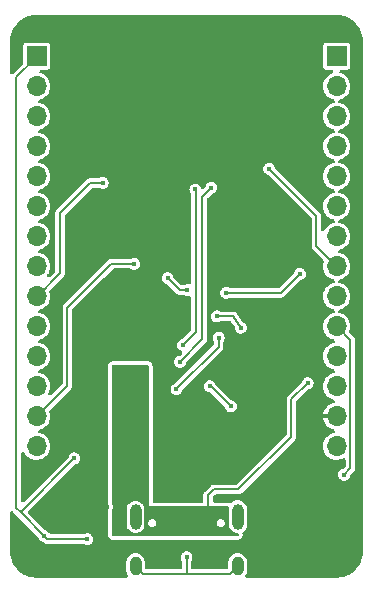
<source format=gbr>
%TF.GenerationSoftware,KiCad,Pcbnew,(5.99.0-12972-g3d2ffc12c1)*%
%TF.CreationDate,2021-12-01T23:42:45+01:00*%
%TF.ProjectId,ESP32_CP2102,45535033-325f-4435-9032-3130322e6b69,rev?*%
%TF.SameCoordinates,Original*%
%TF.FileFunction,Copper,L2,Bot*%
%TF.FilePolarity,Positive*%
%FSLAX46Y46*%
G04 Gerber Fmt 4.6, Leading zero omitted, Abs format (unit mm)*
G04 Created by KiCad (PCBNEW (5.99.0-12972-g3d2ffc12c1)) date 2021-12-01 23:42:45*
%MOMM*%
%LPD*%
G01*
G04 APERTURE LIST*
G04 Aperture macros list*
%AMRoundRect*
0 Rectangle with rounded corners*
0 $1 Rounding radius*
0 $2 $3 $4 $5 $6 $7 $8 $9 X,Y pos of 4 corners*
0 Add a 4 corners polygon primitive as box body*
4,1,4,$2,$3,$4,$5,$6,$7,$8,$9,$2,$3,0*
0 Add four circle primitives for the rounded corners*
1,1,$1+$1,$2,$3*
1,1,$1+$1,$4,$5*
1,1,$1+$1,$6,$7*
1,1,$1+$1,$8,$9*
0 Add four rect primitives between the rounded corners*
20,1,$1+$1,$2,$3,$4,$5,0*
20,1,$1+$1,$4,$5,$6,$7,0*
20,1,$1+$1,$6,$7,$8,$9,0*
20,1,$1+$1,$8,$9,$2,$3,0*%
G04 Aperture macros list end*
%TA.AperFunction,ComponentPad*%
%ADD10R,1.700000X1.700000*%
%TD*%
%TA.AperFunction,ComponentPad*%
%ADD11O,1.700000X1.700000*%
%TD*%
%TA.AperFunction,ComponentPad*%
%ADD12RoundRect,0.500000X0.000000X-0.300000X0.000000X-0.300000X0.000000X0.300000X0.000000X0.300000X0*%
%TD*%
%TA.AperFunction,ComponentPad*%
%ADD13RoundRect,0.500000X0.000000X-0.600000X0.000000X-0.600000X0.000000X0.600000X0.000000X0.600000X0*%
%TD*%
%TA.AperFunction,ViaPad*%
%ADD14C,0.400000*%
%TD*%
%TA.AperFunction,Conductor*%
%ADD15C,0.200000*%
%TD*%
G04 APERTURE END LIST*
D10*
%TO.P,J103,1,Pin_1*%
%TO.N,/IO23*%
X114300000Y-83820000D03*
D11*
%TO.P,J103,2,Pin_2*%
%TO.N,/IO22*%
X114300000Y-86360000D03*
%TO.P,J103,3,Pin_3*%
%TO.N,/TXD0*%
X114300000Y-88900000D03*
%TO.P,J103,4,Pin_4*%
%TO.N,/RXD0*%
X114300000Y-91440000D03*
%TO.P,J103,5,Pin_5*%
%TO.N,/IO21*%
X114300000Y-93980000D03*
%TO.P,J103,6,Pin_6*%
%TO.N,/IO19*%
X114300000Y-96520000D03*
%TO.P,J103,7,Pin_7*%
%TO.N,/IO18*%
X114300000Y-99060000D03*
%TO.P,J103,8,Pin_8*%
%TO.N,/IO5*%
X114300000Y-101600000D03*
%TO.P,J103,9,Pin_9*%
%TO.N,/IO4*%
X114300000Y-104140000D03*
%TO.P,J103,10,Pin_10*%
%TO.N,/IO0*%
X114300000Y-106680000D03*
%TO.P,J103,11,Pin_11*%
%TO.N,/IO2*%
X114300000Y-109220000D03*
%TO.P,J103,12,Pin_12*%
%TO.N,/IO15*%
X114300000Y-111760000D03*
%TO.P,J103,13,Pin_13*%
%TO.N,+3V3*%
X114300000Y-114300000D03*
%TO.P,J103,14,Pin_14*%
%TO.N,GND*%
X114300000Y-116840000D03*
%TD*%
D12*
%TO.P,J101,S1,SHIELD*%
%TO.N,Net-(J101-PadS1)*%
X105920000Y-127000000D03*
X97280000Y-127000000D03*
D13*
X97280000Y-122820000D03*
X105920000Y-122820000D03*
%TD*%
D10*
%TO.P,J102,1,Pin_1*%
%TO.N,/EN*%
X88900000Y-83820000D03*
D11*
%TO.P,J102,2,Pin_2*%
%TO.N,/IO36*%
X88900000Y-86360000D03*
%TO.P,J102,3,Pin_3*%
%TO.N,/IO39*%
X88900000Y-88900000D03*
%TO.P,J102,4,Pin_4*%
%TO.N,/IO34*%
X88900000Y-91440000D03*
%TO.P,J102,5,Pin_5*%
%TO.N,/IO35*%
X88900000Y-93980000D03*
%TO.P,J102,6,Pin_6*%
%TO.N,/IO32*%
X88900000Y-96520000D03*
%TO.P,J102,7,Pin_7*%
%TO.N,/IO33*%
X88900000Y-99060000D03*
%TO.P,J102,8,Pin_8*%
%TO.N,/IO25*%
X88900000Y-101600000D03*
%TO.P,J102,9,Pin_9*%
%TO.N,/IO26*%
X88900000Y-104140000D03*
%TO.P,J102,10,Pin_10*%
%TO.N,/IO27*%
X88900000Y-106680000D03*
%TO.P,J102,11,Pin_11*%
%TO.N,/IO14*%
X88900000Y-109220000D03*
%TO.P,J102,12,Pin_12*%
%TO.N,/IO12*%
X88900000Y-111760000D03*
%TO.P,J102,13,Pin_13*%
%TO.N,/IO13*%
X88900000Y-114300000D03*
%TO.P,J102,14,Pin_14*%
%TO.N,GND*%
X88900000Y-116840000D03*
%TD*%
D14*
%TO.N,GND*%
X106200000Y-106800000D03*
X104179281Y-105837767D03*
X105350000Y-113450000D03*
X103550000Y-111750000D03*
%TO.N,+5V*%
X111850000Y-111500000D03*
%TO.N,/RTS*%
X100000000Y-102600000D03*
X101651519Y-103612200D03*
%TO.N,/EN*%
X92100000Y-117850000D03*
X93199117Y-124700883D03*
X89550000Y-124450000D03*
%TO.N,/IO0*%
X114950000Y-119250000D03*
X111200000Y-102250000D03*
X104950000Y-103850000D03*
%TO.N,Net-(J101-PadS1)*%
X101600000Y-126250000D03*
%TO.N,+3V3*%
X93100000Y-101250000D03*
%TO.N,/IO13*%
X97162500Y-101387500D03*
%TO.N,+3V3*%
X95550000Y-107950000D03*
X93200000Y-107950000D03*
X93825500Y-110397141D03*
X92450000Y-114450000D03*
%TO.N,+5V*%
X95850000Y-121100000D03*
X96900000Y-114200000D03*
X96900000Y-110600000D03*
%TO.N,+3V3*%
X111650000Y-113050000D03*
%TO.N,/RTS*%
X100750000Y-112000000D03*
X104325500Y-107641219D03*
%TO.N,/RXD0*%
X101050000Y-109700000D03*
%TO.N,/TXD0*%
X101300000Y-108274500D03*
%TO.N,/RXD0*%
X103700000Y-94950000D03*
%TO.N,/TXD0*%
X102350000Y-95100000D03*
%TO.N,/IO5*%
X108600000Y-93350000D03*
%TO.N,+3V3*%
X94850000Y-83150000D03*
%TO.N,/IO26*%
X94500000Y-94550000D03*
%TO.N,+3V3*%
X94900000Y-122000000D03*
X108650000Y-121850000D03*
%TO.N,+5V*%
X103436418Y-123520500D03*
X99720400Y-123494800D03*
%TD*%
D15*
%TO.N,+5V*%
X110475000Y-112925000D02*
X110475000Y-116025000D01*
X111850000Y-111500000D02*
X110475000Y-112875000D01*
X110475000Y-112875000D02*
X110475000Y-112925000D01*
X110475000Y-116025000D02*
X106000000Y-120500000D01*
X103436418Y-120963582D02*
X103436418Y-123520500D01*
X106000000Y-120500000D02*
X103900000Y-120500000D01*
X103900000Y-120500000D02*
X103436418Y-120963582D01*
%TO.N,/RTS*%
X100000000Y-102600000D02*
X101012200Y-103612200D01*
X101012200Y-103612200D02*
X101651519Y-103612200D01*
%TO.N,/TXD0*%
X102376020Y-95126020D02*
X102376020Y-107198480D01*
X102376020Y-107198480D02*
X101300000Y-108274500D01*
X102350000Y-95100000D02*
X102376020Y-95126020D01*
%TO.N,GND*%
X106200000Y-106800000D02*
X105562233Y-105837767D01*
X105562233Y-105837767D02*
X104179281Y-105837767D01*
X103650000Y-111750000D02*
X105350000Y-113450000D01*
X103550000Y-111750000D02*
X103650000Y-111750000D01*
%TO.N,/RXD0*%
X102950000Y-107800000D02*
X101050000Y-109700000D01*
X102950000Y-107450000D02*
X102950000Y-107800000D01*
X103700000Y-94950000D02*
X102950000Y-95700000D01*
X102950000Y-95700000D02*
X102950000Y-107450000D01*
%TO.N,+3V3*%
X116150000Y-120300000D02*
X116150000Y-104300000D01*
X115800000Y-120650000D02*
X116150000Y-120300000D01*
%TO.N,/IO0*%
X114300000Y-106680000D02*
X115474511Y-107854511D01*
X115474511Y-107854511D02*
X115474511Y-118725489D01*
X115474511Y-118725489D02*
X114950000Y-119250000D01*
%TO.N,/EN*%
X87550000Y-122400000D02*
X87550000Y-122450000D01*
X87200000Y-122100000D02*
X87550000Y-122450000D01*
X87550000Y-122450000D02*
X89550000Y-124450000D01*
X92100000Y-117850000D02*
X87550000Y-122400000D01*
X89550000Y-124450000D02*
X89800883Y-124700883D01*
X89800883Y-124700883D02*
X93199117Y-124700883D01*
X87200000Y-85600000D02*
X87200000Y-122100000D01*
X88900000Y-83900000D02*
X87200000Y-85600000D01*
X88900000Y-83850000D02*
X88900000Y-83900000D01*
X88900000Y-83820000D02*
X88900000Y-83850000D01*
%TO.N,/IO0*%
X111200000Y-102250000D02*
X109600000Y-103850000D01*
X109600000Y-103850000D02*
X104950000Y-103850000D01*
%TO.N,Net-(J101-PadS1)*%
X97900000Y-127650000D02*
X101550000Y-127650000D01*
X101550000Y-127650000D02*
X105300000Y-127650000D01*
X101600000Y-127600000D02*
X101550000Y-127650000D01*
X101600000Y-126250000D02*
X101600000Y-127600000D01*
%TO.N,/IO13*%
X95212500Y-101387500D02*
X97162500Y-101387500D01*
X91500000Y-105100000D02*
X95212500Y-101387500D01*
X88900000Y-114300000D02*
X91500000Y-111700000D01*
X91500000Y-111700000D02*
X91500000Y-105100000D01*
%TO.N,/RTS*%
X104325500Y-108424500D02*
X104325500Y-107641219D01*
X100750000Y-112000000D02*
X104325500Y-108424500D01*
%TO.N,/IO5*%
X108600000Y-93350000D02*
X112600000Y-97350000D01*
X112600000Y-97350000D02*
X112600000Y-99900000D01*
X112600000Y-99900000D02*
X114250000Y-101550000D01*
%TO.N,/IO26*%
X90900000Y-97100000D02*
X90900000Y-102200000D01*
X94500000Y-94550000D02*
X93450000Y-94550000D01*
X93450000Y-94550000D02*
X90900000Y-97100000D01*
X90900000Y-102200000D02*
X88900000Y-104200000D01*
%TO.N,Net-(J101-PadS1)*%
X97280000Y-127000000D02*
X97280000Y-127030000D01*
X97280000Y-127030000D02*
X97900000Y-127650000D01*
X105300000Y-127650000D02*
X105900000Y-127050000D01*
%TD*%
%TA.AperFunction,Conductor*%
%TO.N,+3V3*%
G36*
X114286593Y-80312264D02*
G01*
X114287160Y-80312364D01*
X114300000Y-80314628D01*
X114312840Y-80312364D01*
X114325874Y-80312364D01*
X114325874Y-80312884D01*
X114337095Y-80312244D01*
X114561006Y-80325788D01*
X114578868Y-80327957D01*
X114666436Y-80344004D01*
X114827208Y-80373468D01*
X114844666Y-80377770D01*
X115085711Y-80452883D01*
X115102526Y-80459260D01*
X115181599Y-80494847D01*
X115332760Y-80562880D01*
X115348691Y-80571241D01*
X115564756Y-80701856D01*
X115579564Y-80712078D01*
X115778296Y-80867775D01*
X115791764Y-80879706D01*
X115970294Y-81058236D01*
X115982225Y-81071704D01*
X116137922Y-81270436D01*
X116148144Y-81285244D01*
X116278759Y-81501309D01*
X116287120Y-81517240D01*
X116390739Y-81747470D01*
X116397119Y-81764294D01*
X116472228Y-82005328D01*
X116476534Y-82022798D01*
X116522043Y-82271132D01*
X116524212Y-82288994D01*
X116537756Y-82512905D01*
X116537116Y-82524126D01*
X116537636Y-82524126D01*
X116537636Y-82537160D01*
X116535372Y-82550000D01*
X116537636Y-82562840D01*
X116537736Y-82563407D01*
X116540000Y-82589280D01*
X116540000Y-125690720D01*
X116537736Y-125716593D01*
X116535372Y-125730000D01*
X116537636Y-125742840D01*
X116537636Y-125755874D01*
X116537116Y-125755874D01*
X116537756Y-125767095D01*
X116524212Y-125991006D01*
X116522043Y-126008868D01*
X116477057Y-126254350D01*
X116476534Y-126257202D01*
X116472230Y-126274666D01*
X116399681Y-126507484D01*
X116397119Y-126515706D01*
X116390740Y-126532526D01*
X116355153Y-126611599D01*
X116287120Y-126762760D01*
X116278759Y-126778691D01*
X116148144Y-126994756D01*
X116137922Y-127009564D01*
X115982225Y-127208296D01*
X115970294Y-127221764D01*
X115791764Y-127400294D01*
X115778296Y-127412225D01*
X115579564Y-127567922D01*
X115564756Y-127578144D01*
X115348691Y-127708759D01*
X115332760Y-127717120D01*
X115181599Y-127785153D01*
X115102526Y-127820740D01*
X115085711Y-127827117D01*
X114844666Y-127902230D01*
X114827208Y-127906532D01*
X114666436Y-127935996D01*
X114578868Y-127952043D01*
X114561006Y-127954212D01*
X114337095Y-127967756D01*
X114325874Y-127967116D01*
X114325874Y-127967636D01*
X114312840Y-127967636D01*
X114300000Y-127965372D01*
X114287160Y-127967636D01*
X114286593Y-127967736D01*
X114260720Y-127970000D01*
X106718881Y-127970000D01*
X106644381Y-127950038D01*
X106589843Y-127895500D01*
X106569881Y-127821000D01*
X106592800Y-127741599D01*
X106596466Y-127735777D01*
X106601664Y-127729266D01*
X106679827Y-127567577D01*
X106720226Y-127392589D01*
X106720500Y-127387837D01*
X106720499Y-126612164D01*
X106720226Y-126607411D01*
X106679827Y-126432423D01*
X106601664Y-126270734D01*
X106596472Y-126264230D01*
X106596470Y-126264227D01*
X106494817Y-126136890D01*
X106489620Y-126130380D01*
X106474851Y-126118590D01*
X106355773Y-126023530D01*
X106355770Y-126023528D01*
X106349266Y-126018336D01*
X106187577Y-125940173D01*
X106012589Y-125899774D01*
X106007837Y-125899500D01*
X105920144Y-125899500D01*
X105832164Y-125899501D01*
X105827411Y-125899774D01*
X105652423Y-125940173D01*
X105490734Y-126018336D01*
X105484230Y-126023528D01*
X105484227Y-126023530D01*
X105365149Y-126118590D01*
X105350380Y-126130380D01*
X105345183Y-126136890D01*
X105243530Y-126264227D01*
X105243528Y-126264230D01*
X105238336Y-126270734D01*
X105160173Y-126432423D01*
X105119774Y-126607411D01*
X105119500Y-126612163D01*
X105119500Y-126614299D01*
X105119501Y-127100500D01*
X105099539Y-127175000D01*
X105045001Y-127229538D01*
X104970501Y-127249500D01*
X102149500Y-127249500D01*
X102075000Y-127229538D01*
X102020462Y-127175000D01*
X102000500Y-127100500D01*
X102000500Y-126603341D01*
X102019389Y-126532846D01*
X102019200Y-126532754D01*
X102019678Y-126531768D01*
X102019678Y-126531767D01*
X102023282Y-126524329D01*
X102023285Y-126524324D01*
X102063877Y-126440540D01*
X102081710Y-126403733D01*
X102088571Y-126362955D01*
X102104542Y-126268027D01*
X102104543Y-126268021D01*
X102105496Y-126262354D01*
X102105647Y-126250000D01*
X102085323Y-126108082D01*
X102042871Y-126014713D01*
X102030378Y-125987235D01*
X102030376Y-125987232D01*
X102025984Y-125977572D01*
X102019058Y-125969534D01*
X102019056Y-125969531D01*
X101960172Y-125901194D01*
X101932400Y-125868963D01*
X101923496Y-125863192D01*
X101923493Y-125863189D01*
X101856723Y-125819911D01*
X101812095Y-125790985D01*
X101732212Y-125767095D01*
X101684912Y-125752949D01*
X101684910Y-125752949D01*
X101674739Y-125749907D01*
X101664121Y-125749842D01*
X101664120Y-125749842D01*
X101604650Y-125749479D01*
X101531376Y-125749031D01*
X101521171Y-125751948D01*
X101521168Y-125751948D01*
X101403731Y-125785512D01*
X101403729Y-125785513D01*
X101393529Y-125788428D01*
X101384556Y-125794090D01*
X101384555Y-125794090D01*
X101301296Y-125846623D01*
X101272280Y-125864930D01*
X101265256Y-125872884D01*
X101265254Y-125872885D01*
X101241749Y-125899500D01*
X101177377Y-125972388D01*
X101116447Y-126102163D01*
X101094391Y-126243823D01*
X101112980Y-126385979D01*
X101141850Y-126451591D01*
X101166443Y-126507484D01*
X101166445Y-126507487D01*
X101170720Y-126517203D01*
X101177097Y-126524790D01*
X101199500Y-126603176D01*
X101199500Y-127100500D01*
X101179538Y-127175000D01*
X101125000Y-127229538D01*
X101050500Y-127249500D01*
X98229500Y-127249500D01*
X98155000Y-127229538D01*
X98100462Y-127175000D01*
X98080500Y-127100500D01*
X98080499Y-126614308D01*
X98080499Y-126612164D01*
X98080226Y-126607411D01*
X98039827Y-126432423D01*
X97961664Y-126270734D01*
X97956472Y-126264230D01*
X97956470Y-126264227D01*
X97854817Y-126136890D01*
X97849620Y-126130380D01*
X97834851Y-126118590D01*
X97715773Y-126023530D01*
X97715770Y-126023528D01*
X97709266Y-126018336D01*
X97547577Y-125940173D01*
X97372589Y-125899774D01*
X97367837Y-125899500D01*
X97280144Y-125899500D01*
X97192164Y-125899501D01*
X97187411Y-125899774D01*
X97012423Y-125940173D01*
X96850734Y-126018336D01*
X96844230Y-126023528D01*
X96844227Y-126023530D01*
X96725149Y-126118590D01*
X96710380Y-126130380D01*
X96705183Y-126136890D01*
X96603530Y-126264227D01*
X96603528Y-126264230D01*
X96598336Y-126270734D01*
X96520173Y-126432423D01*
X96479774Y-126607411D01*
X96479500Y-126612163D01*
X96479501Y-127387836D01*
X96479774Y-127392589D01*
X96520173Y-127567577D01*
X96598336Y-127729266D01*
X96603534Y-127735777D01*
X96607200Y-127741599D01*
X96630009Y-127815278D01*
X96612923Y-127890489D01*
X96560520Y-127947081D01*
X96481119Y-127970000D01*
X88939280Y-127970000D01*
X88913407Y-127967736D01*
X88912840Y-127967636D01*
X88900000Y-127965372D01*
X88887160Y-127967636D01*
X88874126Y-127967636D01*
X88874126Y-127967116D01*
X88862905Y-127967756D01*
X88638994Y-127954212D01*
X88621132Y-127952043D01*
X88533564Y-127935996D01*
X88372792Y-127906532D01*
X88355334Y-127902230D01*
X88114289Y-127827117D01*
X88097474Y-127820740D01*
X88018401Y-127785153D01*
X87867240Y-127717120D01*
X87851309Y-127708759D01*
X87635244Y-127578144D01*
X87620436Y-127567922D01*
X87421704Y-127412225D01*
X87408236Y-127400294D01*
X87229706Y-127221764D01*
X87217775Y-127208296D01*
X87062078Y-127009564D01*
X87051856Y-126994756D01*
X86921241Y-126778691D01*
X86912880Y-126762760D01*
X86844847Y-126611599D01*
X86809260Y-126532526D01*
X86802881Y-126515706D01*
X86800319Y-126507484D01*
X86727770Y-126274666D01*
X86723466Y-126257202D01*
X86722944Y-126254350D01*
X86677957Y-126008868D01*
X86675788Y-125991006D01*
X86662244Y-125767095D01*
X86662884Y-125755874D01*
X86662364Y-125755874D01*
X86662364Y-125742840D01*
X86664628Y-125730000D01*
X86662264Y-125716593D01*
X86660000Y-125690720D01*
X86660000Y-122486111D01*
X86679962Y-122411611D01*
X86734500Y-122357073D01*
X86809000Y-122337111D01*
X86883500Y-122357073D01*
X86914359Y-122380752D01*
X87244516Y-122710909D01*
X89018649Y-124485041D01*
X89057213Y-124551836D01*
X89061030Y-124571069D01*
X89062980Y-124585979D01*
X89067255Y-124595695D01*
X89067256Y-124595698D01*
X89084083Y-124633939D01*
X89120720Y-124717203D01*
X89127551Y-124725330D01*
X89127552Y-124725331D01*
X89206141Y-124818824D01*
X89212970Y-124826948D01*
X89332313Y-124906390D01*
X89342444Y-124909555D01*
X89453927Y-124944384D01*
X89514854Y-124981246D01*
X89562541Y-125028933D01*
X89572986Y-125034255D01*
X89580530Y-125038099D01*
X89600466Y-125050316D01*
X89616793Y-125062179D01*
X89627945Y-125065803D01*
X89627948Y-125065804D01*
X89633653Y-125067657D01*
X89635988Y-125068416D01*
X89657593Y-125077365D01*
X89675579Y-125086529D01*
X89687163Y-125088364D01*
X89687164Y-125088364D01*
X89695513Y-125089686D01*
X89718247Y-125095143D01*
X89737450Y-125101383D01*
X92852411Y-125101383D01*
X92926911Y-125121345D01*
X92934974Y-125126350D01*
X92972591Y-125151390D01*
X92972595Y-125151392D01*
X92981430Y-125157273D01*
X92991559Y-125160437D01*
X92991560Y-125160438D01*
X93014921Y-125167736D01*
X93118274Y-125200025D01*
X93128881Y-125200219D01*
X93128884Y-125200220D01*
X93191137Y-125201361D01*
X93261616Y-125202653D01*
X93314660Y-125188191D01*
X93389691Y-125167736D01*
X93389694Y-125167735D01*
X93399934Y-125164943D01*
X93408979Y-125159389D01*
X93408982Y-125159388D01*
X93513059Y-125095484D01*
X93522108Y-125089928D01*
X93572500Y-125034255D01*
X93611194Y-124991507D01*
X93611195Y-124991505D01*
X93618317Y-124983637D01*
X93680827Y-124854616D01*
X93686849Y-124818824D01*
X93703659Y-124718910D01*
X93703660Y-124718904D01*
X93704613Y-124713237D01*
X93704764Y-124700883D01*
X93686802Y-124575457D01*
X93685945Y-124569473D01*
X93685945Y-124569472D01*
X93684440Y-124558965D01*
X93650829Y-124485041D01*
X93629495Y-124438118D01*
X93629493Y-124438115D01*
X93625101Y-124428455D01*
X93618175Y-124420417D01*
X93618173Y-124420414D01*
X93545436Y-124336000D01*
X94950000Y-124336000D01*
X94956856Y-124399772D01*
X94968062Y-124451283D01*
X94978823Y-124488801D01*
X94997570Y-124520856D01*
X95030018Y-124576337D01*
X95034481Y-124583969D01*
X95038987Y-124589169D01*
X95038989Y-124589172D01*
X95077780Y-124633939D01*
X95080236Y-124636773D01*
X95124164Y-124678192D01*
X95133663Y-124683022D01*
X95216298Y-124725040D01*
X95216303Y-124725042D01*
X95222439Y-124728162D01*
X95229046Y-124730102D01*
X95229051Y-124730104D01*
X95269354Y-124741938D01*
X95289478Y-124747847D01*
X95320427Y-124752297D01*
X95368732Y-124759243D01*
X95368738Y-124759243D01*
X95374000Y-124760000D01*
X105921000Y-124760000D01*
X105924958Y-124759574D01*
X105924967Y-124759574D01*
X105952886Y-124756572D01*
X105984772Y-124753144D01*
X106036283Y-124741938D01*
X106073801Y-124731177D01*
X106156140Y-124683022D01*
X106163026Y-124678995D01*
X106163028Y-124678993D01*
X106168969Y-124675519D01*
X106210711Y-124639350D01*
X106218939Y-124632220D01*
X106218942Y-124632217D01*
X106221773Y-124629764D01*
X106263192Y-124585836D01*
X106268469Y-124575457D01*
X106310040Y-124493702D01*
X106310042Y-124493697D01*
X106313162Y-124487561D01*
X106323815Y-124451283D01*
X106331346Y-124425634D01*
X106331346Y-124425633D01*
X106332847Y-124420522D01*
X106345000Y-124336000D01*
X106345000Y-124294500D01*
X106343487Y-124280421D01*
X106339675Y-124244973D01*
X106338144Y-124230728D01*
X106335534Y-124218730D01*
X106339202Y-124141689D01*
X106380899Y-124076804D01*
X106388169Y-124070608D01*
X106483110Y-123994817D01*
X106489620Y-123989620D01*
X106494817Y-123983110D01*
X106596470Y-123855773D01*
X106596472Y-123855770D01*
X106601664Y-123849266D01*
X106679827Y-123687577D01*
X106720226Y-123512589D01*
X106720500Y-123507837D01*
X106720499Y-122132164D01*
X106720226Y-122127411D01*
X106679827Y-121952423D01*
X106601664Y-121790734D01*
X106596472Y-121784230D01*
X106596470Y-121784227D01*
X106494817Y-121656890D01*
X106489620Y-121650380D01*
X106451564Y-121620000D01*
X106355773Y-121543530D01*
X106355770Y-121543528D01*
X106349266Y-121538336D01*
X106187577Y-121460173D01*
X106012589Y-121419774D01*
X106007837Y-121419500D01*
X105920144Y-121419500D01*
X105832164Y-121419501D01*
X105827411Y-121419774D01*
X105652423Y-121460173D01*
X105490734Y-121538336D01*
X105484227Y-121543530D01*
X105484223Y-121543533D01*
X105369691Y-121634963D01*
X105299014Y-121665842D01*
X105221745Y-121656999D01*
X105216606Y-121654959D01*
X105210469Y-121651838D01*
X105143430Y-121632153D01*
X105107660Y-121627010D01*
X105064176Y-121620757D01*
X105064170Y-121620757D01*
X105058908Y-121620000D01*
X103985918Y-121620000D01*
X103911418Y-121600038D01*
X103856880Y-121545500D01*
X103836918Y-121471000D01*
X103836918Y-121191193D01*
X103856880Y-121116693D01*
X103880559Y-121085834D01*
X104022252Y-120944141D01*
X104089047Y-120905577D01*
X104127611Y-120900500D01*
X106063433Y-120900500D01*
X106082636Y-120894260D01*
X106105370Y-120888803D01*
X106113719Y-120887481D01*
X106113720Y-120887481D01*
X106125304Y-120885646D01*
X106143290Y-120876482D01*
X106164895Y-120867533D01*
X106167316Y-120866746D01*
X106172938Y-120864920D01*
X106172941Y-120864919D01*
X106184090Y-120861296D01*
X106193573Y-120854406D01*
X106193579Y-120854403D01*
X106200423Y-120849430D01*
X106220356Y-120837215D01*
X106227892Y-120833375D01*
X106227895Y-120833373D01*
X106238342Y-120828050D01*
X106260905Y-120805487D01*
X106260909Y-120805484D01*
X110780484Y-116285909D01*
X110780487Y-116285905D01*
X110803050Y-116263342D01*
X110812217Y-116245351D01*
X110824433Y-116225417D01*
X110829401Y-116218579D01*
X110836296Y-116209089D01*
X110842536Y-116189885D01*
X110851481Y-116168291D01*
X110855321Y-116160755D01*
X110855321Y-116160754D01*
X110860646Y-116150304D01*
X110863803Y-116130369D01*
X110869260Y-116107636D01*
X110875500Y-116088433D01*
X110875500Y-113102611D01*
X110895462Y-113028111D01*
X110919141Y-112997252D01*
X111887435Y-112028958D01*
X111953602Y-111990564D01*
X112040574Y-111966853D01*
X112040577Y-111966852D01*
X112050817Y-111964060D01*
X112059862Y-111958506D01*
X112059865Y-111958505D01*
X112154468Y-111900418D01*
X112172991Y-111889045D01*
X112231130Y-111824814D01*
X112262077Y-111790624D01*
X112262078Y-111790622D01*
X112269200Y-111782754D01*
X112331710Y-111653733D01*
X112336900Y-111622885D01*
X112354542Y-111518027D01*
X112354543Y-111518021D01*
X112355496Y-111512354D01*
X112355647Y-111500000D01*
X112335323Y-111358082D01*
X112302328Y-111285512D01*
X112280378Y-111237235D01*
X112280376Y-111237232D01*
X112275984Y-111227572D01*
X112269058Y-111219534D01*
X112269056Y-111219531D01*
X112197734Y-111136759D01*
X112182400Y-111118963D01*
X112173496Y-111113192D01*
X112173493Y-111113189D01*
X112106723Y-111069911D01*
X112062095Y-111040985D01*
X112015284Y-111026986D01*
X111934912Y-111002949D01*
X111934910Y-111002949D01*
X111924739Y-110999907D01*
X111914121Y-110999842D01*
X111914120Y-110999842D01*
X111854650Y-110999479D01*
X111781376Y-110999031D01*
X111771171Y-111001948D01*
X111771168Y-111001948D01*
X111653731Y-111035512D01*
X111653729Y-111035513D01*
X111643529Y-111038428D01*
X111634556Y-111044090D01*
X111634555Y-111044090D01*
X111551296Y-111096623D01*
X111522280Y-111114930D01*
X111515256Y-111122884D01*
X111515254Y-111122885D01*
X111508345Y-111130708D01*
X111427377Y-111222388D01*
X111366447Y-111352163D01*
X111364814Y-111362651D01*
X111361942Y-111381097D01*
X111330756Y-111451639D01*
X111320075Y-111463532D01*
X110169516Y-112614091D01*
X110169513Y-112614095D01*
X110146950Y-112636658D01*
X110141627Y-112647105D01*
X110141625Y-112647108D01*
X110137785Y-112654644D01*
X110125570Y-112674577D01*
X110120597Y-112681421D01*
X110120594Y-112681427D01*
X110113704Y-112690910D01*
X110110081Y-112702059D01*
X110110080Y-112702062D01*
X110107468Y-112710103D01*
X110098518Y-112731710D01*
X110089354Y-112749696D01*
X110087519Y-112761280D01*
X110087519Y-112761281D01*
X110086197Y-112769630D01*
X110080740Y-112792364D01*
X110074500Y-112811567D01*
X110074500Y-115797389D01*
X110054538Y-115871889D01*
X110030859Y-115902748D01*
X105877748Y-120055859D01*
X105810953Y-120094423D01*
X105772389Y-120099500D01*
X103836567Y-120099500D01*
X103817364Y-120105740D01*
X103794630Y-120111197D01*
X103786281Y-120112519D01*
X103786280Y-120112519D01*
X103774696Y-120114354D01*
X103764246Y-120119679D01*
X103764245Y-120119679D01*
X103756711Y-120123518D01*
X103735105Y-120132467D01*
X103732684Y-120133254D01*
X103727062Y-120135080D01*
X103727059Y-120135081D01*
X103715910Y-120138704D01*
X103706427Y-120145594D01*
X103706421Y-120145597D01*
X103699577Y-120150570D01*
X103679644Y-120162785D01*
X103672108Y-120166625D01*
X103672105Y-120166627D01*
X103661658Y-120171950D01*
X103639095Y-120194513D01*
X103639091Y-120194516D01*
X103130934Y-120702673D01*
X103130931Y-120702677D01*
X103108368Y-120725240D01*
X103103045Y-120735687D01*
X103103043Y-120735690D01*
X103099203Y-120743226D01*
X103086988Y-120763159D01*
X103082015Y-120770003D01*
X103082012Y-120770009D01*
X103075122Y-120779492D01*
X103071499Y-120790641D01*
X103071498Y-120790644D01*
X103068886Y-120798685D01*
X103059936Y-120820292D01*
X103050772Y-120838278D01*
X103048937Y-120849862D01*
X103048937Y-120849863D01*
X103047615Y-120858212D01*
X103042158Y-120880946D01*
X103035918Y-120900149D01*
X103035918Y-121471000D01*
X103015956Y-121545500D01*
X102961418Y-121600038D01*
X102886918Y-121620000D01*
X98874000Y-121620000D01*
X98799500Y-121600038D01*
X98744962Y-121545500D01*
X98725000Y-121471000D01*
X98725000Y-111993823D01*
X100244391Y-111993823D01*
X100251413Y-112047523D01*
X100260737Y-112118824D01*
X100262980Y-112135979D01*
X100320720Y-112267203D01*
X100327551Y-112275330D01*
X100327552Y-112275331D01*
X100374779Y-112331514D01*
X100412970Y-112376948D01*
X100532313Y-112456390D01*
X100542442Y-112459554D01*
X100542443Y-112459555D01*
X100565804Y-112466853D01*
X100669157Y-112499142D01*
X100679764Y-112499336D01*
X100679767Y-112499337D01*
X100742020Y-112500478D01*
X100812499Y-112501770D01*
X100867632Y-112486739D01*
X100940574Y-112466853D01*
X100940577Y-112466852D01*
X100950817Y-112464060D01*
X100959862Y-112458506D01*
X100959865Y-112458505D01*
X101063942Y-112394601D01*
X101072991Y-112389045D01*
X101119453Y-112337714D01*
X101162077Y-112290624D01*
X101162078Y-112290622D01*
X101169200Y-112282754D01*
X101231710Y-112153733D01*
X101235227Y-112132829D01*
X101237776Y-112117679D01*
X101269822Y-112047523D01*
X101279352Y-112037041D01*
X101572570Y-111743823D01*
X103044391Y-111743823D01*
X103047080Y-111764383D01*
X103060223Y-111864892D01*
X103062980Y-111885979D01*
X103120720Y-112017203D01*
X103127551Y-112025330D01*
X103127552Y-112025331D01*
X103165702Y-112070716D01*
X103212970Y-112126948D01*
X103332313Y-112206390D01*
X103342442Y-112209554D01*
X103342443Y-112209555D01*
X103374337Y-112219519D01*
X103469157Y-112249142D01*
X103524755Y-112250161D01*
X103598877Y-112271485D01*
X103627384Y-112293777D01*
X104818649Y-113485042D01*
X104857213Y-113551837D01*
X104861032Y-113571083D01*
X104862980Y-113585979D01*
X104920720Y-113717203D01*
X105012970Y-113826948D01*
X105132313Y-113906390D01*
X105142442Y-113909554D01*
X105142443Y-113909555D01*
X105165804Y-113916853D01*
X105269157Y-113949142D01*
X105279764Y-113949336D01*
X105279767Y-113949337D01*
X105342020Y-113950478D01*
X105412499Y-113951770D01*
X105465543Y-113937308D01*
X105540574Y-113916853D01*
X105540577Y-113916852D01*
X105550817Y-113914060D01*
X105559862Y-113908506D01*
X105559865Y-113908505D01*
X105663942Y-113844601D01*
X105672991Y-113839045D01*
X105711697Y-113796283D01*
X105762077Y-113740624D01*
X105762078Y-113740622D01*
X105769200Y-113732754D01*
X105831710Y-113603733D01*
X105840441Y-113551837D01*
X105854542Y-113468027D01*
X105854543Y-113468021D01*
X105855496Y-113462354D01*
X105855647Y-113450000D01*
X105843508Y-113365238D01*
X105836828Y-113318590D01*
X105836828Y-113318589D01*
X105835323Y-113308082D01*
X105783983Y-113195165D01*
X105780378Y-113187235D01*
X105780376Y-113187232D01*
X105775984Y-113177572D01*
X105769058Y-113169534D01*
X105769056Y-113169531D01*
X105691616Y-113079659D01*
X105682400Y-113068963D01*
X105673496Y-113063192D01*
X105673493Y-113063189D01*
X105580496Y-113002912D01*
X105562095Y-112990985D01*
X105513752Y-112976527D01*
X105448755Y-112957089D01*
X105386088Y-112919695D01*
X104021779Y-111555386D01*
X103991500Y-111511697D01*
X103980379Y-111487237D01*
X103980377Y-111487234D01*
X103975984Y-111477572D01*
X103969058Y-111469534D01*
X103969056Y-111469531D01*
X103892855Y-111381097D01*
X103882400Y-111368963D01*
X103873496Y-111363192D01*
X103873493Y-111363189D01*
X103803521Y-111317836D01*
X103762095Y-111290985D01*
X103715284Y-111276986D01*
X103634912Y-111252949D01*
X103634910Y-111252949D01*
X103624739Y-111249907D01*
X103614121Y-111249842D01*
X103614120Y-111249842D01*
X103554650Y-111249479D01*
X103481376Y-111249031D01*
X103471171Y-111251948D01*
X103471168Y-111251948D01*
X103353731Y-111285512D01*
X103353729Y-111285513D01*
X103343529Y-111288428D01*
X103334556Y-111294090D01*
X103334555Y-111294090D01*
X103306501Y-111311791D01*
X103222280Y-111364930D01*
X103215256Y-111372884D01*
X103215254Y-111372885D01*
X103208002Y-111381097D01*
X103127377Y-111472388D01*
X103066447Y-111602163D01*
X103064814Y-111612651D01*
X103046305Y-111731531D01*
X103044391Y-111743823D01*
X101572570Y-111743823D01*
X104630984Y-108685409D01*
X104630987Y-108685405D01*
X104653550Y-108662842D01*
X104662717Y-108644851D01*
X104674933Y-108624917D01*
X104679901Y-108618079D01*
X104686796Y-108608589D01*
X104693036Y-108589385D01*
X104701981Y-108567791D01*
X104705821Y-108560255D01*
X104705821Y-108560254D01*
X104711146Y-108549804D01*
X104714303Y-108529869D01*
X104719760Y-108507136D01*
X104726000Y-108487933D01*
X104726000Y-107994560D01*
X104744889Y-107924065D01*
X104744700Y-107923973D01*
X104745178Y-107922987D01*
X104745178Y-107922986D01*
X104748782Y-107915548D01*
X104748785Y-107915543D01*
X104778833Y-107853522D01*
X104807210Y-107794952D01*
X104809738Y-107779926D01*
X104830042Y-107659246D01*
X104830043Y-107659240D01*
X104830996Y-107653573D01*
X104831147Y-107641219D01*
X104830136Y-107634158D01*
X104812328Y-107509809D01*
X104812328Y-107509808D01*
X104810823Y-107499301D01*
X104776958Y-107424819D01*
X104755878Y-107378454D01*
X104755876Y-107378451D01*
X104751484Y-107368791D01*
X104744558Y-107360753D01*
X104744556Y-107360750D01*
X104682317Y-107288519D01*
X104657900Y-107260182D01*
X104648996Y-107254411D01*
X104648993Y-107254408D01*
X104548149Y-107189045D01*
X104537595Y-107182204D01*
X104470893Y-107162256D01*
X104410412Y-107144168D01*
X104410410Y-107144168D01*
X104400239Y-107141126D01*
X104389621Y-107141061D01*
X104389620Y-107141061D01*
X104330150Y-107140698D01*
X104256876Y-107140250D01*
X104246671Y-107143167D01*
X104246668Y-107143167D01*
X104129231Y-107176731D01*
X104129229Y-107176732D01*
X104119029Y-107179647D01*
X104110056Y-107185309D01*
X104110055Y-107185309D01*
X104104134Y-107189045D01*
X103997780Y-107256149D01*
X103990756Y-107264103D01*
X103990754Y-107264104D01*
X103969192Y-107288519D01*
X103902877Y-107363607D01*
X103841947Y-107493382D01*
X103840314Y-107503870D01*
X103828192Y-107581730D01*
X103819891Y-107635042D01*
X103828486Y-107700771D01*
X103836327Y-107760731D01*
X103838480Y-107777198D01*
X103852919Y-107810012D01*
X103891943Y-107898703D01*
X103891945Y-107898706D01*
X103896220Y-107908422D01*
X103902597Y-107916009D01*
X103925000Y-107994395D01*
X103925000Y-108196889D01*
X103905038Y-108271389D01*
X103881359Y-108302248D01*
X100713153Y-111470454D01*
X100648740Y-111508358D01*
X100599035Y-111522564D01*
X100553731Y-111535512D01*
X100553729Y-111535513D01*
X100543529Y-111538428D01*
X100422280Y-111614930D01*
X100415256Y-111622884D01*
X100415254Y-111622885D01*
X100368525Y-111675796D01*
X100327377Y-111722388D01*
X100266447Y-111852163D01*
X100264814Y-111862651D01*
X100249516Y-111960909D01*
X100244391Y-111993823D01*
X98725000Y-111993823D01*
X98725000Y-110064000D01*
X98718144Y-110000228D01*
X98706938Y-109948717D01*
X98696177Y-109911199D01*
X98656448Y-109843267D01*
X98643995Y-109821974D01*
X98643993Y-109821972D01*
X98640519Y-109816031D01*
X98632182Y-109806409D01*
X98597220Y-109766061D01*
X98597217Y-109766058D01*
X98594764Y-109763227D01*
X98550836Y-109721808D01*
X98506926Y-109699481D01*
X98458702Y-109674960D01*
X98458697Y-109674958D01*
X98452561Y-109671838D01*
X98445954Y-109669898D01*
X98445949Y-109669896D01*
X98390634Y-109653654D01*
X98390633Y-109653654D01*
X98385522Y-109652153D01*
X98345720Y-109646430D01*
X98306268Y-109640757D01*
X98306262Y-109640757D01*
X98301000Y-109640000D01*
X95374000Y-109640000D01*
X95370042Y-109640426D01*
X95370033Y-109640426D01*
X95342114Y-109643428D01*
X95310228Y-109646856D01*
X95258717Y-109658062D01*
X95221199Y-109668823D01*
X95155778Y-109707084D01*
X95131974Y-109721005D01*
X95131972Y-109721007D01*
X95126031Y-109724481D01*
X95120831Y-109728987D01*
X95120828Y-109728989D01*
X95078045Y-109766061D01*
X95073227Y-109770236D01*
X95031808Y-109814164D01*
X95026978Y-109823663D01*
X94984960Y-109906298D01*
X94984958Y-109906303D01*
X94981838Y-109912439D01*
X94979898Y-109919046D01*
X94979896Y-109919051D01*
X94970490Y-109951084D01*
X94962153Y-109979478D01*
X94958599Y-110004195D01*
X94954636Y-110031760D01*
X94950000Y-110064000D01*
X94950000Y-121669940D01*
X94950736Y-121690942D01*
X94951951Y-121708255D01*
X94977987Y-121811133D01*
X95001632Y-121863284D01*
X95002022Y-121863107D01*
X95008560Y-121874117D01*
X95009032Y-121874743D01*
X95010673Y-121878803D01*
X95010331Y-121878958D01*
X95013976Y-121886975D01*
X95014689Y-121888739D01*
X95014745Y-121888938D01*
X95015166Y-121889920D01*
X95017578Y-121895887D01*
X95017580Y-121895892D01*
X95020162Y-121902278D01*
X95022818Y-121906432D01*
X95022886Y-121906573D01*
X95037129Y-121937897D01*
X95049005Y-121978580D01*
X95049071Y-121979036D01*
X95048484Y-122024772D01*
X95048407Y-122025229D01*
X95035569Y-122065440D01*
X95007341Y-122123701D01*
X95007772Y-122123910D01*
X95007209Y-122125628D01*
X94984306Y-122173638D01*
X94963108Y-122242976D01*
X94962292Y-122248439D01*
X94962290Y-122248446D01*
X94955581Y-122293339D01*
X94950000Y-122330685D01*
X94950000Y-124336000D01*
X93545436Y-124336000D01*
X93531517Y-124319846D01*
X93522613Y-124314075D01*
X93522610Y-124314072D01*
X93455840Y-124270794D01*
X93411212Y-124241868D01*
X93333844Y-124218730D01*
X93284029Y-124203832D01*
X93284027Y-124203832D01*
X93273856Y-124200790D01*
X93263238Y-124200725D01*
X93263237Y-124200725D01*
X93203767Y-124200362D01*
X93130493Y-124199914D01*
X93120288Y-124202831D01*
X93120285Y-124202831D01*
X93002848Y-124236395D01*
X93002846Y-124236396D01*
X92992646Y-124239311D01*
X92983673Y-124244973D01*
X92983672Y-124244973D01*
X92932283Y-124277397D01*
X92852775Y-124300383D01*
X90127754Y-124300383D01*
X90053254Y-124280421D01*
X89998716Y-124225883D01*
X89992116Y-124213053D01*
X89980378Y-124187236D01*
X89980378Y-124187235D01*
X89975984Y-124177572D01*
X89882400Y-124068963D01*
X89873496Y-124063192D01*
X89873493Y-124063189D01*
X89806723Y-124019911D01*
X89762095Y-123990985D01*
X89648754Y-123957089D01*
X89586087Y-123919695D01*
X88196752Y-122530359D01*
X88158188Y-122463564D01*
X88158188Y-122386436D01*
X88196752Y-122319641D01*
X92137435Y-118378958D01*
X92203602Y-118340564D01*
X92290574Y-118316853D01*
X92290577Y-118316852D01*
X92300817Y-118314060D01*
X92309862Y-118308506D01*
X92309865Y-118308505D01*
X92413942Y-118244601D01*
X92422991Y-118239045D01*
X92461697Y-118196283D01*
X92512077Y-118140624D01*
X92512078Y-118140622D01*
X92519200Y-118132754D01*
X92581710Y-118003733D01*
X92583471Y-117993267D01*
X92604542Y-117868027D01*
X92604543Y-117868021D01*
X92605496Y-117862354D01*
X92605647Y-117850000D01*
X92585323Y-117708082D01*
X92533978Y-117595153D01*
X92530378Y-117587235D01*
X92530376Y-117587232D01*
X92525984Y-117577572D01*
X92519058Y-117569534D01*
X92519056Y-117569531D01*
X92454354Y-117494442D01*
X92432400Y-117468963D01*
X92423496Y-117463192D01*
X92423493Y-117463189D01*
X92343767Y-117411514D01*
X92312095Y-117390985D01*
X92255364Y-117374019D01*
X92184912Y-117352949D01*
X92184910Y-117352949D01*
X92174739Y-117349907D01*
X92164121Y-117349842D01*
X92164120Y-117349842D01*
X92104650Y-117349479D01*
X92031376Y-117349031D01*
X92021171Y-117351948D01*
X92021168Y-117351948D01*
X91903731Y-117385512D01*
X91903729Y-117385513D01*
X91893529Y-117388428D01*
X91884556Y-117394090D01*
X91884555Y-117394090D01*
X91856940Y-117411514D01*
X91772280Y-117464930D01*
X91765256Y-117472884D01*
X91765254Y-117472885D01*
X91746216Y-117494442D01*
X91677377Y-117572388D01*
X91616447Y-117702163D01*
X91614814Y-117712651D01*
X91611942Y-117731097D01*
X91580756Y-117801639D01*
X91570075Y-117813532D01*
X87854859Y-121528748D01*
X87788064Y-121567312D01*
X87710936Y-121567312D01*
X87644141Y-121528748D01*
X87605577Y-121461953D01*
X87600500Y-121423389D01*
X87600500Y-117448519D01*
X87620462Y-117374019D01*
X87675000Y-117319481D01*
X87749500Y-117299519D01*
X87824000Y-117319481D01*
X87878538Y-117374019D01*
X87884807Y-117386126D01*
X87899369Y-117417714D01*
X87903305Y-117423284D01*
X87903306Y-117423285D01*
X87932738Y-117464930D01*
X88021405Y-117590391D01*
X88172865Y-117737937D01*
X88348677Y-117855411D01*
X88354945Y-117858104D01*
X88354947Y-117858105D01*
X88424181Y-117887850D01*
X88542953Y-117938878D01*
X88749186Y-117985544D01*
X88800544Y-117987562D01*
X88953641Y-117993578D01*
X88953645Y-117993578D01*
X88960470Y-117993846D01*
X89169730Y-117963504D01*
X89176187Y-117961312D01*
X89176192Y-117961311D01*
X89337155Y-117906671D01*
X89369955Y-117895537D01*
X89464713Y-117842470D01*
X89548481Y-117795558D01*
X89548486Y-117795554D01*
X89554442Y-117792219D01*
X89717012Y-117657012D01*
X89852219Y-117494442D01*
X89855554Y-117488486D01*
X89855558Y-117488481D01*
X89931459Y-117352949D01*
X89955537Y-117309955D01*
X89986389Y-117219068D01*
X90021311Y-117116192D01*
X90021312Y-117116187D01*
X90023504Y-117109730D01*
X90053846Y-116900470D01*
X90055429Y-116840000D01*
X90036081Y-116629440D01*
X89978686Y-116425931D01*
X89885165Y-116236290D01*
X89881084Y-116230825D01*
X89881081Y-116230820D01*
X89762739Y-116072341D01*
X89762737Y-116072339D01*
X89758651Y-116066867D01*
X89603381Y-115923337D01*
X89424554Y-115810505D01*
X89418215Y-115807976D01*
X89418209Y-115807973D01*
X89234504Y-115734683D01*
X89228160Y-115732152D01*
X89156512Y-115717900D01*
X89087339Y-115683789D01*
X89044489Y-115619659D01*
X89039444Y-115542696D01*
X89073556Y-115473522D01*
X89137686Y-115430672D01*
X89156356Y-115426189D01*
X89156329Y-115426079D01*
X89162977Y-115424483D01*
X89169730Y-115423504D01*
X89176187Y-115421312D01*
X89176192Y-115421311D01*
X89338840Y-115366099D01*
X89369955Y-115355537D01*
X89464713Y-115302470D01*
X89548481Y-115255558D01*
X89548486Y-115255554D01*
X89554442Y-115252219D01*
X89717012Y-115117012D01*
X89852219Y-114954442D01*
X89855554Y-114948486D01*
X89855558Y-114948481D01*
X89919659Y-114834019D01*
X89955537Y-114769955D01*
X89986446Y-114678899D01*
X90021311Y-114576192D01*
X90021312Y-114576187D01*
X90023504Y-114569730D01*
X90053846Y-114360470D01*
X90055429Y-114300000D01*
X90048492Y-114224500D01*
X90036706Y-114096242D01*
X90036081Y-114089440D01*
X89985349Y-113909555D01*
X89980783Y-113893366D01*
X89979774Y-113816245D01*
X90018830Y-113747563D01*
X91805483Y-111960909D01*
X91828050Y-111938342D01*
X91837216Y-111920353D01*
X91849433Y-111900418D01*
X91854401Y-111893580D01*
X91861296Y-111884090D01*
X91867534Y-111864892D01*
X91876480Y-111843294D01*
X91880322Y-111835754D01*
X91880323Y-111835751D01*
X91885646Y-111825304D01*
X91888806Y-111805352D01*
X91894261Y-111782631D01*
X91900499Y-111763433D01*
X91900499Y-111731525D01*
X91900500Y-111731519D01*
X91900500Y-105327611D01*
X91920462Y-105253111D01*
X91944141Y-105222252D01*
X94572570Y-102593823D01*
X99494391Y-102593823D01*
X99501031Y-102644601D01*
X99511349Y-102723504D01*
X99512980Y-102735979D01*
X99570720Y-102867203D01*
X99662970Y-102976948D01*
X99671806Y-102982829D01*
X99671805Y-102982829D01*
X99743899Y-103030819D01*
X99782313Y-103056390D01*
X99792442Y-103059554D01*
X99792443Y-103059555D01*
X99797296Y-103061071D01*
X99903926Y-103094384D01*
X99964852Y-103131245D01*
X100751291Y-103917684D01*
X100751295Y-103917687D01*
X100773858Y-103940250D01*
X100784305Y-103945573D01*
X100784308Y-103945575D01*
X100791844Y-103949415D01*
X100811777Y-103961630D01*
X100818621Y-103966603D01*
X100818627Y-103966606D01*
X100828110Y-103973496D01*
X100839259Y-103977119D01*
X100839262Y-103977120D01*
X100844884Y-103978946D01*
X100847305Y-103979733D01*
X100868910Y-103988682D01*
X100886896Y-103997846D01*
X100898480Y-103999681D01*
X100898481Y-103999681D01*
X100906830Y-104001003D01*
X100929564Y-104006460D01*
X100948767Y-104012700D01*
X101304813Y-104012700D01*
X101379313Y-104032662D01*
X101387376Y-104037667D01*
X101424993Y-104062707D01*
X101424997Y-104062709D01*
X101433832Y-104068590D01*
X101443961Y-104071754D01*
X101443962Y-104071755D01*
X101479548Y-104082872D01*
X101570676Y-104111342D01*
X101581283Y-104111536D01*
X101581286Y-104111537D01*
X101643539Y-104112678D01*
X101714018Y-104113970D01*
X101787329Y-104093983D01*
X101864455Y-104093646D01*
X101931418Y-104131918D01*
X101970273Y-104198544D01*
X101975520Y-104237736D01*
X101975520Y-106970869D01*
X101955558Y-107045369D01*
X101931879Y-107076228D01*
X101263153Y-107744954D01*
X101198740Y-107782858D01*
X101156426Y-107794952D01*
X101103731Y-107810012D01*
X101103729Y-107810013D01*
X101093529Y-107812928D01*
X100972280Y-107889430D01*
X100965256Y-107897384D01*
X100965254Y-107897385D01*
X100940597Y-107925304D01*
X100877377Y-107996888D01*
X100816447Y-108126663D01*
X100814814Y-108137151D01*
X100805624Y-108196179D01*
X100794391Y-108268323D01*
X100812980Y-108410479D01*
X100870720Y-108541703D01*
X100877551Y-108549830D01*
X100877552Y-108549831D01*
X100956141Y-108643324D01*
X100962970Y-108651448D01*
X101082313Y-108730890D01*
X101092441Y-108734054D01*
X101092445Y-108734056D01*
X101129475Y-108745624D01*
X101194633Y-108786893D01*
X101230427Y-108855213D01*
X101227265Y-108932276D01*
X101190403Y-108993204D01*
X101013153Y-109170454D01*
X100948740Y-109208358D01*
X100908007Y-109220000D01*
X100853731Y-109235512D01*
X100853729Y-109235513D01*
X100843529Y-109238428D01*
X100722280Y-109314930D01*
X100627377Y-109422388D01*
X100566447Y-109552163D01*
X100564814Y-109562651D01*
X100549855Y-109658732D01*
X100544391Y-109693823D01*
X100551413Y-109747523D01*
X100561370Y-109823663D01*
X100562980Y-109835979D01*
X100620720Y-109967203D01*
X100627551Y-109975330D01*
X100627552Y-109975331D01*
X100706141Y-110068824D01*
X100712970Y-110076948D01*
X100832313Y-110156390D01*
X100842442Y-110159554D01*
X100842443Y-110159555D01*
X100865804Y-110166853D01*
X100969157Y-110199142D01*
X100979764Y-110199336D01*
X100979767Y-110199337D01*
X101042020Y-110200478D01*
X101112499Y-110201770D01*
X101165543Y-110187308D01*
X101240574Y-110166853D01*
X101240577Y-110166852D01*
X101250817Y-110164060D01*
X101259862Y-110158506D01*
X101259865Y-110158505D01*
X101363942Y-110094601D01*
X101372991Y-110089045D01*
X101449793Y-110004195D01*
X101462077Y-109990624D01*
X101462078Y-109990622D01*
X101469200Y-109982754D01*
X101531710Y-109853733D01*
X101537776Y-109817679D01*
X101569822Y-109747523D01*
X101579352Y-109737041D01*
X103255484Y-108060909D01*
X103255487Y-108060905D01*
X103278050Y-108038342D01*
X103285393Y-108023930D01*
X103287217Y-108020351D01*
X103299433Y-108000417D01*
X103304401Y-107993579D01*
X103311296Y-107984089D01*
X103317536Y-107964885D01*
X103326481Y-107943291D01*
X103330321Y-107935755D01*
X103330321Y-107935754D01*
X103335646Y-107925304D01*
X103338803Y-107905369D01*
X103344260Y-107882636D01*
X103350500Y-107863433D01*
X103350500Y-105831590D01*
X103673672Y-105831590D01*
X103692261Y-105973746D01*
X103750001Y-106104970D01*
X103756832Y-106113097D01*
X103756833Y-106113098D01*
X103792172Y-106155139D01*
X103842251Y-106214715D01*
X103961594Y-106294157D01*
X103971723Y-106297321D01*
X103971724Y-106297322D01*
X103996138Y-106304949D01*
X104098438Y-106336909D01*
X104109045Y-106337103D01*
X104109048Y-106337104D01*
X104171301Y-106338245D01*
X104241780Y-106339537D01*
X104289703Y-106326472D01*
X104369859Y-106304619D01*
X104369862Y-106304618D01*
X104380098Y-106301827D01*
X104389138Y-106296277D01*
X104389146Y-106296273D01*
X104447746Y-106260292D01*
X104525709Y-106238267D01*
X105267200Y-106238267D01*
X105341700Y-106258229D01*
X105391397Y-106304949D01*
X105670897Y-106726645D01*
X105693462Y-106793944D01*
X105694391Y-106793823D01*
X105695474Y-106802104D01*
X105703143Y-106860749D01*
X105712980Y-106935979D01*
X105770720Y-107067203D01*
X105777551Y-107075330D01*
X105777552Y-107075331D01*
X105850620Y-107162256D01*
X105862970Y-107176948D01*
X105982313Y-107256390D01*
X105992442Y-107259554D01*
X105992443Y-107259555D01*
X106015804Y-107266853D01*
X106119157Y-107299142D01*
X106129764Y-107299336D01*
X106129767Y-107299337D01*
X106192020Y-107300478D01*
X106262499Y-107301770D01*
X106315543Y-107287308D01*
X106390574Y-107266853D01*
X106390577Y-107266852D01*
X106400817Y-107264060D01*
X106409862Y-107258506D01*
X106409865Y-107258505D01*
X106513942Y-107194601D01*
X106522991Y-107189045D01*
X106567819Y-107139519D01*
X106612077Y-107090624D01*
X106612078Y-107090622D01*
X106619200Y-107082754D01*
X106681710Y-106953733D01*
X106697354Y-106860749D01*
X106704542Y-106818027D01*
X106704543Y-106818021D01*
X106705496Y-106812354D01*
X106705647Y-106800000D01*
X106685323Y-106658082D01*
X106655654Y-106592827D01*
X106630378Y-106537235D01*
X106630376Y-106537232D01*
X106625984Y-106527572D01*
X106619058Y-106519534D01*
X106619056Y-106519531D01*
X106544713Y-106433253D01*
X106532400Y-106418963D01*
X106523496Y-106413192D01*
X106523493Y-106413189D01*
X106456723Y-106369911D01*
X106412095Y-106340985D01*
X106401925Y-106337943D01*
X106400366Y-106337223D01*
X106338667Y-106284282D01*
X105996458Y-105767974D01*
X105913391Y-105642647D01*
X105904835Y-105627985D01*
X105890283Y-105599425D01*
X105853787Y-105562929D01*
X105849356Y-105558303D01*
X105843212Y-105551607D01*
X105814456Y-105520265D01*
X105806795Y-105515937D01*
X105800575Y-105509717D01*
X105790129Y-105504394D01*
X105790127Y-105504393D01*
X105754578Y-105486280D01*
X105748935Y-105483250D01*
X105714208Y-105463632D01*
X105703998Y-105457864D01*
X105695377Y-105456116D01*
X105687537Y-105452121D01*
X105675953Y-105450286D01*
X105675952Y-105450286D01*
X105655411Y-105447033D01*
X105636519Y-105444041D01*
X105630251Y-105442909D01*
X105579663Y-105432650D01*
X105547815Y-105436299D01*
X105530854Y-105437267D01*
X104525717Y-105437267D01*
X104444676Y-105413300D01*
X104391376Y-105378752D01*
X104322698Y-105358213D01*
X104264193Y-105340716D01*
X104264191Y-105340716D01*
X104254020Y-105337674D01*
X104243402Y-105337609D01*
X104243401Y-105337609D01*
X104183931Y-105337246D01*
X104110657Y-105336798D01*
X104100452Y-105339715D01*
X104100449Y-105339715D01*
X103983012Y-105373279D01*
X103983010Y-105373280D01*
X103972810Y-105376195D01*
X103963837Y-105381857D01*
X103963836Y-105381857D01*
X103914003Y-105413299D01*
X103851561Y-105452697D01*
X103844537Y-105460651D01*
X103844535Y-105460652D01*
X103805905Y-105504393D01*
X103756658Y-105560155D01*
X103695728Y-105689930D01*
X103694095Y-105700418D01*
X103687661Y-105741745D01*
X103673672Y-105831590D01*
X103350500Y-105831590D01*
X103350500Y-103843823D01*
X104444391Y-103843823D01*
X104445768Y-103854350D01*
X104461348Y-103973496D01*
X104462980Y-103985979D01*
X104520720Y-104117203D01*
X104527551Y-104125330D01*
X104527552Y-104125331D01*
X104589094Y-104198544D01*
X104612970Y-104226948D01*
X104732313Y-104306390D01*
X104742442Y-104309554D01*
X104742443Y-104309555D01*
X104778029Y-104320672D01*
X104869157Y-104349142D01*
X104879764Y-104349336D01*
X104879767Y-104349337D01*
X104942020Y-104350478D01*
X105012499Y-104351770D01*
X105060422Y-104338705D01*
X105140578Y-104316852D01*
X105140581Y-104316851D01*
X105150817Y-104314060D01*
X105159857Y-104308510D01*
X105159865Y-104308506D01*
X105218465Y-104272525D01*
X105296428Y-104250500D01*
X109663433Y-104250500D01*
X109682636Y-104244260D01*
X109705370Y-104238803D01*
X109713719Y-104237481D01*
X109713720Y-104237481D01*
X109725304Y-104235646D01*
X109743290Y-104226482D01*
X109764895Y-104217533D01*
X109767316Y-104216746D01*
X109772938Y-104214920D01*
X109772941Y-104214919D01*
X109784090Y-104211296D01*
X109793573Y-104204406D01*
X109793579Y-104204403D01*
X109800423Y-104199430D01*
X109820356Y-104187215D01*
X109827892Y-104183375D01*
X109827895Y-104183373D01*
X109838342Y-104178050D01*
X109860905Y-104155487D01*
X109860909Y-104155484D01*
X111237435Y-102778958D01*
X111303602Y-102740564D01*
X111390574Y-102716853D01*
X111390577Y-102716852D01*
X111400817Y-102714060D01*
X111409862Y-102708506D01*
X111409865Y-102708505D01*
X111513942Y-102644601D01*
X111522991Y-102639045D01*
X111563924Y-102593823D01*
X111612077Y-102540624D01*
X111612078Y-102540622D01*
X111619200Y-102532754D01*
X111681710Y-102403733D01*
X111689883Y-102355153D01*
X111704542Y-102268027D01*
X111704543Y-102268021D01*
X111705496Y-102262354D01*
X111705647Y-102250000D01*
X111689251Y-102135512D01*
X111686828Y-102118590D01*
X111686828Y-102118589D01*
X111685323Y-102108082D01*
X111651689Y-102034108D01*
X111630378Y-101987235D01*
X111630376Y-101987232D01*
X111625984Y-101977572D01*
X111619058Y-101969534D01*
X111619056Y-101969531D01*
X111579192Y-101923267D01*
X111532400Y-101868963D01*
X111523496Y-101863192D01*
X111523493Y-101863189D01*
X111438287Y-101807962D01*
X111412095Y-101790985D01*
X111355080Y-101773934D01*
X111284912Y-101752949D01*
X111284910Y-101752949D01*
X111274739Y-101749907D01*
X111264121Y-101749842D01*
X111264120Y-101749842D01*
X111204650Y-101749479D01*
X111131376Y-101749031D01*
X111121171Y-101751948D01*
X111121168Y-101751948D01*
X111003731Y-101785512D01*
X111003729Y-101785513D01*
X110993529Y-101788428D01*
X110984556Y-101794090D01*
X110984555Y-101794090D01*
X110962569Y-101807962D01*
X110872280Y-101864930D01*
X110865256Y-101872884D01*
X110865254Y-101872885D01*
X110818525Y-101925796D01*
X110777377Y-101972388D01*
X110716447Y-102102163D01*
X110714814Y-102112651D01*
X110711942Y-102131097D01*
X110680756Y-102201639D01*
X110670075Y-102213532D01*
X109477748Y-103405859D01*
X109410953Y-103444423D01*
X109372389Y-103449500D01*
X105296436Y-103449500D01*
X105215395Y-103425533D01*
X105162095Y-103390985D01*
X105081450Y-103366867D01*
X105034912Y-103352949D01*
X105034910Y-103352949D01*
X105024739Y-103349907D01*
X105014121Y-103349842D01*
X105014120Y-103349842D01*
X104954650Y-103349479D01*
X104881376Y-103349031D01*
X104871171Y-103351948D01*
X104871168Y-103351948D01*
X104753731Y-103385512D01*
X104753729Y-103385513D01*
X104743529Y-103388428D01*
X104734556Y-103394090D01*
X104734555Y-103394090D01*
X104715902Y-103405859D01*
X104622280Y-103464930D01*
X104615256Y-103472884D01*
X104615254Y-103472885D01*
X104568525Y-103525796D01*
X104527377Y-103572388D01*
X104466447Y-103702163D01*
X104444391Y-103843823D01*
X103350500Y-103843823D01*
X103350500Y-95927611D01*
X103370462Y-95853111D01*
X103394141Y-95822252D01*
X103737434Y-95478958D01*
X103803602Y-95440564D01*
X103890573Y-95416853D01*
X103890574Y-95416853D01*
X103900817Y-95414060D01*
X103909862Y-95408506D01*
X103909865Y-95408505D01*
X104013942Y-95344601D01*
X104022991Y-95339045D01*
X104061697Y-95296283D01*
X104112077Y-95240624D01*
X104112078Y-95240622D01*
X104119200Y-95232754D01*
X104181710Y-95103733D01*
X104183471Y-95093267D01*
X104204542Y-94968027D01*
X104204543Y-94968021D01*
X104205496Y-94962354D01*
X104205647Y-94950000D01*
X104185323Y-94808082D01*
X104147466Y-94724819D01*
X104130378Y-94687235D01*
X104130376Y-94687232D01*
X104125984Y-94677572D01*
X104119058Y-94669534D01*
X104119056Y-94669531D01*
X104058308Y-94599031D01*
X104032400Y-94568963D01*
X104023496Y-94563192D01*
X104023493Y-94563189D01*
X103947632Y-94514019D01*
X103912095Y-94490985D01*
X103865284Y-94476986D01*
X103784912Y-94452949D01*
X103784910Y-94452949D01*
X103774739Y-94449907D01*
X103764121Y-94449842D01*
X103764120Y-94449842D01*
X103704650Y-94449479D01*
X103631376Y-94449031D01*
X103621171Y-94451948D01*
X103621168Y-94451948D01*
X103503731Y-94485512D01*
X103503729Y-94485513D01*
X103493529Y-94488428D01*
X103484556Y-94494090D01*
X103484555Y-94494090D01*
X103452969Y-94514019D01*
X103372280Y-94564930D01*
X103365256Y-94572884D01*
X103365254Y-94572885D01*
X103339587Y-94601948D01*
X103277377Y-94672388D01*
X103216447Y-94802163D01*
X103214814Y-94812654D01*
X103214813Y-94812656D01*
X103211942Y-94831098D01*
X103180756Y-94901640D01*
X103170074Y-94913533D01*
X103077567Y-95006039D01*
X103010772Y-95044603D01*
X102933644Y-95044603D01*
X102866850Y-95006038D01*
X102837774Y-94956968D01*
X102835323Y-94958082D01*
X102780378Y-94837235D01*
X102780376Y-94837232D01*
X102775984Y-94827572D01*
X102769058Y-94819534D01*
X102769056Y-94819531D01*
X102696350Y-94735153D01*
X102682400Y-94718963D01*
X102673496Y-94713192D01*
X102673493Y-94713189D01*
X102598272Y-94664434D01*
X102562095Y-94640985D01*
X102515285Y-94626986D01*
X102434912Y-94602949D01*
X102434910Y-94602949D01*
X102424739Y-94599907D01*
X102414121Y-94599842D01*
X102414120Y-94599842D01*
X102354650Y-94599479D01*
X102281376Y-94599031D01*
X102271171Y-94601948D01*
X102271168Y-94601948D01*
X102153731Y-94635512D01*
X102153729Y-94635513D01*
X102143529Y-94638428D01*
X102134556Y-94644090D01*
X102134555Y-94644090D01*
X102066174Y-94687235D01*
X102022280Y-94714930D01*
X102015256Y-94722884D01*
X102015254Y-94722885D01*
X101968525Y-94775796D01*
X101927377Y-94822388D01*
X101866447Y-94952163D01*
X101864814Y-94962651D01*
X101846718Y-95078878D01*
X101844391Y-95093823D01*
X101862980Y-95235979D01*
X101869821Y-95251526D01*
X101916443Y-95357484D01*
X101916445Y-95357487D01*
X101920720Y-95367203D01*
X101927553Y-95375332D01*
X101940577Y-95390826D01*
X101973234Y-95460699D01*
X101975520Y-95486700D01*
X101975520Y-102986571D01*
X101955558Y-103061071D01*
X101901020Y-103115609D01*
X101826520Y-103135571D01*
X101783828Y-103129324D01*
X101736431Y-103115149D01*
X101736429Y-103115149D01*
X101726258Y-103112107D01*
X101715640Y-103112042D01*
X101715639Y-103112042D01*
X101656169Y-103111679D01*
X101582895Y-103111231D01*
X101572690Y-103114148D01*
X101572687Y-103114148D01*
X101455250Y-103147712D01*
X101455248Y-103147713D01*
X101445048Y-103150628D01*
X101436075Y-103156290D01*
X101436074Y-103156290D01*
X101384685Y-103188714D01*
X101305177Y-103211700D01*
X101239811Y-103211700D01*
X101165311Y-103191738D01*
X101134452Y-103168059D01*
X100530593Y-102564200D01*
X100492029Y-102497405D01*
X100488457Y-102479965D01*
X100486828Y-102468591D01*
X100485323Y-102458082D01*
X100463420Y-102409908D01*
X100430378Y-102337235D01*
X100430376Y-102337232D01*
X100425984Y-102327572D01*
X100419058Y-102319534D01*
X100419056Y-102319531D01*
X100357834Y-102248481D01*
X100332400Y-102218963D01*
X100323496Y-102213192D01*
X100323493Y-102213189D01*
X100256723Y-102169911D01*
X100212095Y-102140985D01*
X100137211Y-102118590D01*
X100084912Y-102102949D01*
X100084910Y-102102949D01*
X100074739Y-102099907D01*
X100064121Y-102099842D01*
X100064120Y-102099842D01*
X100004650Y-102099479D01*
X99931376Y-102099031D01*
X99921171Y-102101948D01*
X99921168Y-102101948D01*
X99803731Y-102135512D01*
X99803729Y-102135513D01*
X99793529Y-102138428D01*
X99784556Y-102144090D01*
X99784555Y-102144090D01*
X99722435Y-102183285D01*
X99672280Y-102214930D01*
X99665256Y-102222884D01*
X99665254Y-102222885D01*
X99642649Y-102248481D01*
X99577377Y-102322388D01*
X99516447Y-102452163D01*
X99514814Y-102462651D01*
X99500349Y-102555558D01*
X99494391Y-102593823D01*
X94572570Y-102593823D01*
X95334752Y-101831641D01*
X95401547Y-101793077D01*
X95440111Y-101788000D01*
X96815794Y-101788000D01*
X96890294Y-101807962D01*
X96898357Y-101812967D01*
X96935974Y-101838007D01*
X96935978Y-101838009D01*
X96944813Y-101843890D01*
X96954942Y-101847054D01*
X96954943Y-101847055D01*
X96978304Y-101854353D01*
X97081657Y-101886642D01*
X97092264Y-101886836D01*
X97092267Y-101886837D01*
X97154520Y-101887978D01*
X97224999Y-101889270D01*
X97320663Y-101863189D01*
X97353074Y-101854353D01*
X97353077Y-101854352D01*
X97363317Y-101851560D01*
X97372362Y-101846006D01*
X97372365Y-101846005D01*
X97476442Y-101782101D01*
X97485491Y-101776545D01*
X97524197Y-101733783D01*
X97574577Y-101678124D01*
X97574578Y-101678122D01*
X97581700Y-101670254D01*
X97644210Y-101541233D01*
X97667996Y-101399854D01*
X97668147Y-101387500D01*
X97647823Y-101245582D01*
X97601871Y-101144515D01*
X97592878Y-101124735D01*
X97592876Y-101124732D01*
X97588484Y-101115072D01*
X97581558Y-101107034D01*
X97581556Y-101107031D01*
X97503413Y-101016343D01*
X97494900Y-101006463D01*
X97485996Y-101000692D01*
X97485993Y-101000689D01*
X97419223Y-100957411D01*
X97374595Y-100928485D01*
X97327784Y-100914486D01*
X97247412Y-100890449D01*
X97247410Y-100890449D01*
X97237239Y-100887407D01*
X97226621Y-100887342D01*
X97226620Y-100887342D01*
X97167150Y-100886979D01*
X97093876Y-100886531D01*
X97083671Y-100889448D01*
X97083668Y-100889448D01*
X96966231Y-100923012D01*
X96966229Y-100923013D01*
X96956029Y-100925928D01*
X96947056Y-100931590D01*
X96947055Y-100931590D01*
X96895666Y-100964014D01*
X96816158Y-100987000D01*
X95149067Y-100987000D01*
X95129864Y-100993240D01*
X95107130Y-100998697D01*
X95098781Y-101000019D01*
X95098780Y-101000019D01*
X95087196Y-101001854D01*
X95076746Y-101007179D01*
X95076745Y-101007179D01*
X95069209Y-101011019D01*
X95047615Y-101019964D01*
X95028411Y-101026204D01*
X95018921Y-101033099D01*
X95012083Y-101038067D01*
X94992149Y-101050283D01*
X94988570Y-101052107D01*
X94974158Y-101059450D01*
X94951595Y-101082013D01*
X94951591Y-101082016D01*
X91194516Y-104839091D01*
X91194513Y-104839095D01*
X91171950Y-104861658D01*
X91166627Y-104872105D01*
X91166625Y-104872108D01*
X91162785Y-104879644D01*
X91150570Y-104899577D01*
X91145597Y-104906421D01*
X91145594Y-104906427D01*
X91138704Y-104915910D01*
X91135081Y-104927059D01*
X91135080Y-104927062D01*
X91132468Y-104935103D01*
X91123518Y-104956710D01*
X91114354Y-104974696D01*
X91112519Y-104986280D01*
X91112519Y-104986281D01*
X91111197Y-104994630D01*
X91105740Y-105017364D01*
X91099500Y-105036567D01*
X91099500Y-111472390D01*
X91079538Y-111546890D01*
X91055859Y-111577749D01*
X90146868Y-112486740D01*
X90080074Y-112525303D01*
X90002946Y-112525303D01*
X89936151Y-112486739D01*
X89897587Y-112419944D01*
X89897587Y-112342816D01*
X89911508Y-112308576D01*
X89952201Y-112235913D01*
X89952204Y-112235907D01*
X89955537Y-112229955D01*
X89986389Y-112139068D01*
X90021311Y-112036192D01*
X90021312Y-112036187D01*
X90023504Y-112029730D01*
X90053846Y-111820470D01*
X90055429Y-111760000D01*
X90052813Y-111731525D01*
X90036706Y-111556242D01*
X90036081Y-111549440D01*
X90008499Y-111451639D01*
X89980542Y-111352512D01*
X89978686Y-111345931D01*
X89885165Y-111156290D01*
X89881084Y-111150825D01*
X89881081Y-111150820D01*
X89762739Y-110992341D01*
X89762737Y-110992339D01*
X89758651Y-110986867D01*
X89603381Y-110843337D01*
X89424554Y-110730505D01*
X89418215Y-110727976D01*
X89418209Y-110727973D01*
X89234504Y-110654683D01*
X89228160Y-110652152D01*
X89156512Y-110637900D01*
X89087339Y-110603789D01*
X89044489Y-110539659D01*
X89039444Y-110462696D01*
X89073556Y-110393522D01*
X89137686Y-110350672D01*
X89156356Y-110346189D01*
X89156329Y-110346079D01*
X89162977Y-110344483D01*
X89169730Y-110343504D01*
X89176187Y-110341312D01*
X89176192Y-110341311D01*
X89337155Y-110286671D01*
X89369955Y-110275537D01*
X89464713Y-110222470D01*
X89548481Y-110175558D01*
X89548486Y-110175554D01*
X89554442Y-110172219D01*
X89717012Y-110037012D01*
X89852219Y-109874442D01*
X89855554Y-109868486D01*
X89855558Y-109868481D01*
X89909047Y-109772969D01*
X89955537Y-109689955D01*
X90005573Y-109542554D01*
X90021311Y-109496192D01*
X90021312Y-109496187D01*
X90023504Y-109489730D01*
X90053846Y-109280470D01*
X90055429Y-109220000D01*
X90054360Y-109208359D01*
X90036706Y-109016242D01*
X90036081Y-109009440D01*
X89978686Y-108805931D01*
X89885165Y-108616290D01*
X89881084Y-108610825D01*
X89881081Y-108610820D01*
X89762739Y-108452341D01*
X89762737Y-108452339D01*
X89758651Y-108446867D01*
X89603381Y-108303337D01*
X89424554Y-108190505D01*
X89418215Y-108187976D01*
X89418209Y-108187973D01*
X89234504Y-108114683D01*
X89228160Y-108112152D01*
X89156512Y-108097900D01*
X89087339Y-108063789D01*
X89044489Y-107999659D01*
X89039444Y-107922696D01*
X89073556Y-107853522D01*
X89137686Y-107810672D01*
X89156356Y-107806189D01*
X89156329Y-107806079D01*
X89162977Y-107804483D01*
X89169730Y-107803504D01*
X89176187Y-107801312D01*
X89176192Y-107801311D01*
X89342213Y-107744954D01*
X89369955Y-107735537D01*
X89486228Y-107670421D01*
X89548481Y-107635558D01*
X89548486Y-107635554D01*
X89554442Y-107632219D01*
X89717012Y-107497012D01*
X89852219Y-107334442D01*
X89855554Y-107328486D01*
X89855558Y-107328481D01*
X89933645Y-107189045D01*
X89955537Y-107149955D01*
X89982035Y-107071895D01*
X90021311Y-106956192D01*
X90021312Y-106956187D01*
X90023504Y-106949730D01*
X90053846Y-106740470D01*
X90055429Y-106680000D01*
X90036081Y-106469440D01*
X89978686Y-106265931D01*
X89885165Y-106076290D01*
X89881084Y-106070825D01*
X89881081Y-106070820D01*
X89762739Y-105912341D01*
X89762737Y-105912339D01*
X89758651Y-105906867D01*
X89603381Y-105763337D01*
X89424554Y-105650505D01*
X89418215Y-105647976D01*
X89418209Y-105647973D01*
X89234504Y-105574683D01*
X89228160Y-105572152D01*
X89156512Y-105557900D01*
X89087339Y-105523789D01*
X89044489Y-105459659D01*
X89039444Y-105382696D01*
X89073556Y-105313522D01*
X89137686Y-105270672D01*
X89156356Y-105266189D01*
X89156329Y-105266079D01*
X89162977Y-105264483D01*
X89169730Y-105263504D01*
X89176187Y-105261312D01*
X89176192Y-105261311D01*
X89312083Y-105215182D01*
X89369955Y-105195537D01*
X89464713Y-105142470D01*
X89548481Y-105095558D01*
X89548486Y-105095554D01*
X89554442Y-105092219D01*
X89717012Y-104957012D01*
X89852219Y-104794442D01*
X89855554Y-104788486D01*
X89855558Y-104788481D01*
X89919659Y-104674019D01*
X89955537Y-104609955D01*
X89986389Y-104519068D01*
X90021311Y-104416192D01*
X90021312Y-104416187D01*
X90023504Y-104409730D01*
X90053846Y-104200470D01*
X90055429Y-104140000D01*
X90054687Y-104131918D01*
X90036706Y-103936242D01*
X90036081Y-103929440D01*
X90034227Y-103922866D01*
X89993982Y-103780166D01*
X89992973Y-103703045D01*
X90032029Y-103634363D01*
X91228050Y-102438342D01*
X91237216Y-102420353D01*
X91249433Y-102400418D01*
X91254401Y-102393580D01*
X91261296Y-102384090D01*
X91264920Y-102372938D01*
X91264921Y-102372935D01*
X91267532Y-102364897D01*
X91276482Y-102343289D01*
X91280321Y-102335755D01*
X91280321Y-102335754D01*
X91285646Y-102325304D01*
X91288803Y-102305369D01*
X91294260Y-102282636D01*
X91300500Y-102263433D01*
X91300500Y-97327611D01*
X91320462Y-97253111D01*
X91344141Y-97222252D01*
X93572252Y-94994141D01*
X93639047Y-94955577D01*
X93677611Y-94950500D01*
X94153294Y-94950500D01*
X94227794Y-94970462D01*
X94235857Y-94975467D01*
X94273474Y-95000507D01*
X94273478Y-95000509D01*
X94282313Y-95006390D01*
X94292442Y-95009554D01*
X94292443Y-95009555D01*
X94315804Y-95016853D01*
X94419157Y-95049142D01*
X94429764Y-95049336D01*
X94429767Y-95049337D01*
X94492020Y-95050478D01*
X94562499Y-95051770D01*
X94634270Y-95032203D01*
X94690574Y-95016853D01*
X94690577Y-95016852D01*
X94700817Y-95014060D01*
X94709862Y-95008506D01*
X94709865Y-95008505D01*
X94813942Y-94944601D01*
X94822991Y-94939045D01*
X94882615Y-94873173D01*
X94912077Y-94840624D01*
X94912078Y-94840622D01*
X94919200Y-94832754D01*
X94981710Y-94703733D01*
X94985367Y-94681996D01*
X95004542Y-94568027D01*
X95004543Y-94568021D01*
X95005496Y-94562354D01*
X95005647Y-94550000D01*
X94997640Y-94494090D01*
X94986828Y-94418590D01*
X94986828Y-94418589D01*
X94985323Y-94408082D01*
X94955653Y-94342827D01*
X94930378Y-94287235D01*
X94930376Y-94287232D01*
X94925984Y-94277572D01*
X94919058Y-94269534D01*
X94919056Y-94269531D01*
X94873469Y-94216626D01*
X94832400Y-94168963D01*
X94823496Y-94163192D01*
X94823493Y-94163189D01*
X94756723Y-94119911D01*
X94712095Y-94090985D01*
X94665284Y-94076986D01*
X94584912Y-94052949D01*
X94584910Y-94052949D01*
X94574739Y-94049907D01*
X94564121Y-94049842D01*
X94564120Y-94049842D01*
X94504650Y-94049479D01*
X94431376Y-94049031D01*
X94421171Y-94051948D01*
X94421168Y-94051948D01*
X94303731Y-94085512D01*
X94303729Y-94085513D01*
X94293529Y-94088428D01*
X94284556Y-94094090D01*
X94284555Y-94094090D01*
X94233166Y-94126514D01*
X94153658Y-94149500D01*
X93386567Y-94149500D01*
X93367367Y-94155738D01*
X93344634Y-94161196D01*
X93324696Y-94164354D01*
X93314249Y-94169677D01*
X93306710Y-94173518D01*
X93285112Y-94182464D01*
X93277066Y-94185078D01*
X93277063Y-94185080D01*
X93265911Y-94188703D01*
X93256424Y-94195596D01*
X93249576Y-94200571D01*
X93229642Y-94212786D01*
X93222105Y-94216626D01*
X93222101Y-94216629D01*
X93211658Y-94221950D01*
X93189095Y-94244513D01*
X93189091Y-94244516D01*
X90594516Y-96839091D01*
X90594513Y-96839095D01*
X90571950Y-96861658D01*
X90566627Y-96872105D01*
X90566625Y-96872108D01*
X90562785Y-96879644D01*
X90550570Y-96899577D01*
X90545597Y-96906421D01*
X90545594Y-96906427D01*
X90538704Y-96915910D01*
X90535081Y-96927059D01*
X90535080Y-96927062D01*
X90532468Y-96935103D01*
X90523518Y-96956710D01*
X90514354Y-96974696D01*
X90512519Y-96986280D01*
X90512519Y-96986281D01*
X90511197Y-96994630D01*
X90505740Y-97017364D01*
X90499500Y-97036567D01*
X90499500Y-101972390D01*
X90479538Y-102046890D01*
X90455859Y-102077749D01*
X90040539Y-102493069D01*
X89973744Y-102531633D01*
X89896616Y-102531633D01*
X89829821Y-102493069D01*
X89791257Y-102426274D01*
X89791257Y-102349146D01*
X89820622Y-102292435D01*
X89847845Y-102259702D01*
X89847849Y-102259696D01*
X89852219Y-102254442D01*
X89855554Y-102248486D01*
X89855558Y-102248481D01*
X89919659Y-102134019D01*
X89955537Y-102069955D01*
X89988656Y-101972390D01*
X90021311Y-101876192D01*
X90021312Y-101876187D01*
X90023504Y-101869730D01*
X90053846Y-101660470D01*
X90055429Y-101600000D01*
X90036081Y-101389440D01*
X89978686Y-101185931D01*
X89885165Y-100996290D01*
X89881084Y-100990825D01*
X89881081Y-100990820D01*
X89762739Y-100832341D01*
X89762737Y-100832339D01*
X89758651Y-100826867D01*
X89603381Y-100683337D01*
X89424554Y-100570505D01*
X89418215Y-100567976D01*
X89418209Y-100567973D01*
X89234504Y-100494683D01*
X89228160Y-100492152D01*
X89156512Y-100477900D01*
X89087339Y-100443789D01*
X89044489Y-100379659D01*
X89039444Y-100302696D01*
X89073556Y-100233522D01*
X89137686Y-100190672D01*
X89156356Y-100186189D01*
X89156329Y-100186079D01*
X89162977Y-100184483D01*
X89169730Y-100183504D01*
X89176187Y-100181312D01*
X89176192Y-100181311D01*
X89333558Y-100127892D01*
X89369955Y-100115537D01*
X89512416Y-100035755D01*
X89548481Y-100015558D01*
X89548486Y-100015554D01*
X89554442Y-100012219D01*
X89717012Y-99877012D01*
X89852219Y-99714442D01*
X89855554Y-99708486D01*
X89855558Y-99708481D01*
X89919659Y-99594019D01*
X89955537Y-99529955D01*
X89984141Y-99445690D01*
X90021311Y-99336192D01*
X90021312Y-99336187D01*
X90023504Y-99329730D01*
X90053846Y-99120470D01*
X90055429Y-99060000D01*
X90036081Y-98849440D01*
X89978686Y-98645931D01*
X89885165Y-98456290D01*
X89881084Y-98450825D01*
X89881081Y-98450820D01*
X89762739Y-98292341D01*
X89762737Y-98292339D01*
X89758651Y-98286867D01*
X89603381Y-98143337D01*
X89424554Y-98030505D01*
X89418215Y-98027976D01*
X89418209Y-98027973D01*
X89234504Y-97954683D01*
X89228160Y-97952152D01*
X89156512Y-97937900D01*
X89087339Y-97903789D01*
X89044489Y-97839659D01*
X89039444Y-97762696D01*
X89073556Y-97693522D01*
X89137686Y-97650672D01*
X89156356Y-97646189D01*
X89156329Y-97646079D01*
X89162977Y-97644483D01*
X89169730Y-97643504D01*
X89176187Y-97641312D01*
X89176192Y-97641311D01*
X89312083Y-97595182D01*
X89369955Y-97575537D01*
X89464713Y-97522470D01*
X89548481Y-97475558D01*
X89548486Y-97475554D01*
X89554442Y-97472219D01*
X89717012Y-97337012D01*
X89852219Y-97174442D01*
X89855554Y-97168486D01*
X89855558Y-97168481D01*
X89935675Y-97025421D01*
X89955537Y-96989955D01*
X89989436Y-96890091D01*
X90021311Y-96796192D01*
X90021312Y-96796187D01*
X90023504Y-96789730D01*
X90053846Y-96580470D01*
X90055429Y-96520000D01*
X90036081Y-96309440D01*
X89978686Y-96105931D01*
X89885165Y-95916290D01*
X89881084Y-95910825D01*
X89881081Y-95910820D01*
X89762739Y-95752341D01*
X89762737Y-95752339D01*
X89758651Y-95746867D01*
X89603381Y-95603337D01*
X89424554Y-95490505D01*
X89418215Y-95487976D01*
X89418209Y-95487973D01*
X89234504Y-95414683D01*
X89228160Y-95412152D01*
X89156512Y-95397900D01*
X89087339Y-95363789D01*
X89044489Y-95299659D01*
X89039444Y-95222696D01*
X89073556Y-95153522D01*
X89137686Y-95110672D01*
X89156356Y-95106189D01*
X89156329Y-95106079D01*
X89162977Y-95104483D01*
X89169730Y-95103504D01*
X89176187Y-95101312D01*
X89176192Y-95101311D01*
X89330359Y-95048978D01*
X89369955Y-95035537D01*
X89464713Y-94982470D01*
X89548481Y-94935558D01*
X89548486Y-94935554D01*
X89554442Y-94932219D01*
X89717012Y-94797012D01*
X89852219Y-94634442D01*
X89855554Y-94628486D01*
X89855558Y-94628481D01*
X89935624Y-94485512D01*
X89955537Y-94449955D01*
X90014053Y-94277572D01*
X90021311Y-94256192D01*
X90021312Y-94256187D01*
X90023504Y-94249730D01*
X90053846Y-94040470D01*
X90055429Y-93980000D01*
X90036081Y-93769440D01*
X89978686Y-93565931D01*
X89885165Y-93376290D01*
X89881084Y-93370825D01*
X89881081Y-93370820D01*
X89860921Y-93343823D01*
X108094391Y-93343823D01*
X108112980Y-93485979D01*
X108170720Y-93617203D01*
X108262970Y-93726948D01*
X108382313Y-93806390D01*
X108392442Y-93809554D01*
X108392443Y-93809555D01*
X108441822Y-93824982D01*
X108503926Y-93844384D01*
X108564852Y-93881245D01*
X112155859Y-97472251D01*
X112194423Y-97539046D01*
X112199500Y-97577610D01*
X112199500Y-99963433D01*
X112205740Y-99982636D01*
X112211197Y-100005370D01*
X112212282Y-100012219D01*
X112214354Y-100025304D01*
X112219679Y-100035754D01*
X112219679Y-100035755D01*
X112223518Y-100043289D01*
X112232467Y-100064895D01*
X112238704Y-100084090D01*
X112245594Y-100093573D01*
X112245597Y-100093579D01*
X112250570Y-100100423D01*
X112262785Y-100120356D01*
X112266625Y-100127892D01*
X112266627Y-100127895D01*
X112271950Y-100138342D01*
X112294513Y-100160905D01*
X112294516Y-100160909D01*
X113182864Y-101049256D01*
X113221428Y-101116051D01*
X113219803Y-101198799D01*
X113205277Y-101245582D01*
X113169820Y-101359773D01*
X113169018Y-101366550D01*
X113169017Y-101366554D01*
X113147212Y-101550784D01*
X113144967Y-101569754D01*
X113145414Y-101576572D01*
X113158005Y-101768673D01*
X113158796Y-101780749D01*
X113171721Y-101831641D01*
X113207467Y-101972388D01*
X113210845Y-101985690D01*
X113213703Y-101991890D01*
X113213705Y-101991895D01*
X113264540Y-102102163D01*
X113299369Y-102177714D01*
X113303305Y-102183284D01*
X113303306Y-102183285D01*
X113359949Y-102263433D01*
X113421405Y-102350391D01*
X113572865Y-102497937D01*
X113748677Y-102615411D01*
X113942953Y-102698878D01*
X114053903Y-102723984D01*
X114122159Y-102759895D01*
X114163316Y-102825124D01*
X114166344Y-102902193D01*
X114130432Y-102970450D01*
X114065203Y-103011607D01*
X114046252Y-103016157D01*
X114029668Y-103019007D01*
X114000953Y-103023941D01*
X113802575Y-103097127D01*
X113796702Y-103100621D01*
X113643548Y-103191738D01*
X113620856Y-103205238D01*
X113588641Y-103233489D01*
X113467022Y-103340146D01*
X113467019Y-103340149D01*
X113461881Y-103344655D01*
X113425358Y-103390985D01*
X113335207Y-103505340D01*
X113335203Y-103505346D01*
X113330976Y-103510708D01*
X113327797Y-103516751D01*
X113327794Y-103516755D01*
X113293469Y-103581996D01*
X113232523Y-103697836D01*
X113221756Y-103732512D01*
X113171844Y-103893253D01*
X113171843Y-103893258D01*
X113169820Y-103899773D01*
X113169018Y-103906550D01*
X113169017Y-103906554D01*
X113145770Y-104102968D01*
X113144967Y-104109754D01*
X113145414Y-104116572D01*
X113157994Y-104308506D01*
X113158796Y-104320749D01*
X113210845Y-104525690D01*
X113213703Y-104531890D01*
X113213705Y-104531895D01*
X113252435Y-104615907D01*
X113299369Y-104717714D01*
X113303305Y-104723284D01*
X113303306Y-104723285D01*
X113408484Y-104872108D01*
X113421405Y-104890391D01*
X113572865Y-105037937D01*
X113748677Y-105155411D01*
X113942953Y-105238878D01*
X114053903Y-105263984D01*
X114122159Y-105299895D01*
X114163316Y-105365124D01*
X114166344Y-105442193D01*
X114130432Y-105510450D01*
X114065203Y-105551607D01*
X114046252Y-105556157D01*
X114029668Y-105559007D01*
X114000953Y-105563941D01*
X113802575Y-105637127D01*
X113796702Y-105640621D01*
X113780089Y-105650505D01*
X113620856Y-105745238D01*
X113588641Y-105773489D01*
X113467022Y-105880146D01*
X113467019Y-105880149D01*
X113461881Y-105884655D01*
X113406189Y-105955300D01*
X113335207Y-106045340D01*
X113335203Y-106045346D01*
X113330976Y-106050708D01*
X113327797Y-106056751D01*
X113327794Y-106056755D01*
X113314295Y-106082413D01*
X113232523Y-106237836D01*
X113211684Y-106304949D01*
X113171844Y-106433253D01*
X113171843Y-106433258D01*
X113169820Y-106439773D01*
X113169018Y-106446550D01*
X113169017Y-106446554D01*
X113145770Y-106642968D01*
X113144967Y-106649754D01*
X113145414Y-106656572D01*
X113155192Y-106805754D01*
X113158796Y-106860749D01*
X113210845Y-107065690D01*
X113213703Y-107071890D01*
X113213705Y-107071895D01*
X113264847Y-107182829D01*
X113299369Y-107257714D01*
X113303305Y-107263284D01*
X113303306Y-107263285D01*
X113417467Y-107424819D01*
X113421405Y-107430391D01*
X113572865Y-107577937D01*
X113748677Y-107695411D01*
X113754945Y-107698104D01*
X113754947Y-107698105D01*
X113824181Y-107727850D01*
X113942953Y-107778878D01*
X114053903Y-107803984D01*
X114122159Y-107839895D01*
X114163316Y-107905124D01*
X114166344Y-107982193D01*
X114130432Y-108050450D01*
X114065203Y-108091607D01*
X114046252Y-108096157D01*
X114029668Y-108099007D01*
X114000953Y-108103941D01*
X113802575Y-108177127D01*
X113796702Y-108180621D01*
X113649288Y-108268323D01*
X113620856Y-108285238D01*
X113588641Y-108313489D01*
X113467022Y-108420146D01*
X113467019Y-108420149D01*
X113461881Y-108424655D01*
X113421239Y-108476209D01*
X113335207Y-108585340D01*
X113335203Y-108585346D01*
X113330976Y-108590708D01*
X113327797Y-108596751D01*
X113327794Y-108596755D01*
X113307985Y-108634407D01*
X113232523Y-108777836D01*
X113221756Y-108812512D01*
X113171844Y-108973253D01*
X113171843Y-108973258D01*
X113169820Y-108979773D01*
X113169018Y-108986550D01*
X113169017Y-108986554D01*
X113147251Y-109170454D01*
X113144967Y-109189754D01*
X113146663Y-109215634D01*
X113153693Y-109322885D01*
X113158796Y-109400749D01*
X113210845Y-109605690D01*
X113213703Y-109611890D01*
X113213705Y-109611895D01*
X113251475Y-109693823D01*
X113299369Y-109797714D01*
X113303305Y-109803284D01*
X113303306Y-109803285D01*
X113385121Y-109919051D01*
X113421405Y-109970391D01*
X113572865Y-110117937D01*
X113748677Y-110235411D01*
X113942953Y-110318878D01*
X114053903Y-110343984D01*
X114122159Y-110379895D01*
X114163316Y-110445124D01*
X114166344Y-110522193D01*
X114130432Y-110590450D01*
X114065203Y-110631607D01*
X114046252Y-110636157D01*
X114029668Y-110639007D01*
X114000953Y-110643941D01*
X113802575Y-110717127D01*
X113796702Y-110720621D01*
X113780089Y-110730505D01*
X113620856Y-110825238D01*
X113588641Y-110853489D01*
X113467022Y-110960146D01*
X113467019Y-110960149D01*
X113461881Y-110964655D01*
X113434730Y-110999096D01*
X113335207Y-111125340D01*
X113335203Y-111125346D01*
X113330976Y-111130708D01*
X113327797Y-111136751D01*
X113327794Y-111136755D01*
X113284244Y-111219531D01*
X113232523Y-111317836D01*
X113216648Y-111368963D01*
X113171844Y-111513253D01*
X113171843Y-111513258D01*
X113169820Y-111519773D01*
X113169018Y-111526550D01*
X113169017Y-111526554D01*
X113152834Y-111663284D01*
X113144967Y-111729754D01*
X113145414Y-111736572D01*
X113157954Y-111927897D01*
X113158796Y-111940749D01*
X113181395Y-112029730D01*
X113208379Y-112135979D01*
X113210845Y-112145690D01*
X113213703Y-112151890D01*
X113213705Y-112151895D01*
X113252438Y-112235913D01*
X113299369Y-112337714D01*
X113303305Y-112343284D01*
X113303306Y-112343285D01*
X113385478Y-112459555D01*
X113421405Y-112510391D01*
X113572865Y-112657937D01*
X113748677Y-112775411D01*
X113754945Y-112778104D01*
X113754947Y-112778105D01*
X113788162Y-112792375D01*
X113942953Y-112858878D01*
X113949616Y-112860386D01*
X113949617Y-112860386D01*
X114055177Y-112884272D01*
X114123434Y-112920184D01*
X114164590Y-112985414D01*
X114167618Y-113062483D01*
X114131706Y-113130740D01*
X114066476Y-113171896D01*
X114047524Y-113176446D01*
X114007815Y-113183269D01*
X113994673Y-113186791D01*
X113809204Y-113255214D01*
X113796918Y-113261074D01*
X113627020Y-113362153D01*
X113616018Y-113370146D01*
X113467378Y-113500500D01*
X113458019Y-113510363D01*
X113335629Y-113665613D01*
X113328213Y-113677034D01*
X113236168Y-113851983D01*
X113230962Y-113864551D01*
X113172335Y-114053357D01*
X113169508Y-114066658D01*
X113161950Y-114130520D01*
X113164248Y-114146371D01*
X113173345Y-114150000D01*
X114301000Y-114150000D01*
X114375500Y-114169962D01*
X114430038Y-114224500D01*
X114450000Y-114299000D01*
X114450000Y-114301000D01*
X114430038Y-114375500D01*
X114375500Y-114430038D01*
X114301000Y-114450000D01*
X113176898Y-114450000D01*
X113161427Y-114454145D01*
X113158315Y-114465761D01*
X113158845Y-114473856D01*
X113160973Y-114487291D01*
X113209636Y-114678899D01*
X113214178Y-114691728D01*
X113296945Y-114871260D01*
X113303744Y-114883038D01*
X113417849Y-115044493D01*
X113426676Y-115054827D01*
X113568291Y-115192783D01*
X113578858Y-115201340D01*
X113743241Y-115311178D01*
X113755186Y-115317664D01*
X113936834Y-115395706D01*
X113949770Y-115399908D01*
X114055189Y-115423762D01*
X114123447Y-115459674D01*
X114164604Y-115524903D01*
X114167632Y-115601971D01*
X114131720Y-115670229D01*
X114066491Y-115711386D01*
X114047539Y-115715936D01*
X114007684Y-115722784D01*
X114007680Y-115722785D01*
X114000953Y-115723941D01*
X113802575Y-115797127D01*
X113796702Y-115800621D01*
X113698396Y-115859107D01*
X113620856Y-115905238D01*
X113588641Y-115933489D01*
X113467022Y-116040146D01*
X113467019Y-116040149D01*
X113461881Y-116044655D01*
X113418583Y-116099579D01*
X113335207Y-116205340D01*
X113335203Y-116205346D01*
X113330976Y-116210708D01*
X113327797Y-116216751D01*
X113327794Y-116216755D01*
X113314295Y-116242413D01*
X113232523Y-116397836D01*
X113221756Y-116432512D01*
X113171844Y-116593253D01*
X113171843Y-116593258D01*
X113169820Y-116599773D01*
X113169018Y-116606550D01*
X113169017Y-116606554D01*
X113145770Y-116802968D01*
X113144967Y-116809754D01*
X113158796Y-117020749D01*
X113210845Y-117225690D01*
X113213703Y-117231890D01*
X113213705Y-117231895D01*
X113252435Y-117315907D01*
X113299369Y-117417714D01*
X113303305Y-117423284D01*
X113303306Y-117423285D01*
X113332738Y-117464930D01*
X113421405Y-117590391D01*
X113572865Y-117737937D01*
X113748677Y-117855411D01*
X113754945Y-117858104D01*
X113754947Y-117858105D01*
X113824181Y-117887850D01*
X113942953Y-117938878D01*
X114149186Y-117985544D01*
X114200544Y-117987562D01*
X114353641Y-117993578D01*
X114353645Y-117993578D01*
X114360470Y-117993846D01*
X114569730Y-117963504D01*
X114576187Y-117961312D01*
X114576192Y-117961311D01*
X114737155Y-117906671D01*
X114769955Y-117895537D01*
X114852206Y-117849474D01*
X114926961Y-117830489D01*
X115001193Y-117851424D01*
X115055013Y-117906671D01*
X115074011Y-117979476D01*
X115074011Y-118497878D01*
X115054049Y-118572378D01*
X115030370Y-118603237D01*
X114913153Y-118720454D01*
X114848740Y-118758358D01*
X114799035Y-118772564D01*
X114753731Y-118785512D01*
X114753729Y-118785513D01*
X114743529Y-118788428D01*
X114622280Y-118864930D01*
X114615256Y-118872884D01*
X114615254Y-118872885D01*
X114574470Y-118919065D01*
X114527377Y-118972388D01*
X114466447Y-119102163D01*
X114444391Y-119243823D01*
X114462980Y-119385979D01*
X114520720Y-119517203D01*
X114612970Y-119626948D01*
X114732313Y-119706390D01*
X114742442Y-119709554D01*
X114742443Y-119709555D01*
X114765804Y-119716853D01*
X114869157Y-119749142D01*
X114879764Y-119749336D01*
X114879767Y-119749337D01*
X114942020Y-119750478D01*
X115012499Y-119751770D01*
X115065543Y-119737308D01*
X115140574Y-119716853D01*
X115140577Y-119716852D01*
X115150817Y-119714060D01*
X115159862Y-119708506D01*
X115159865Y-119708505D01*
X115263942Y-119644601D01*
X115272991Y-119639045D01*
X115311697Y-119596283D01*
X115362077Y-119540624D01*
X115362078Y-119540622D01*
X115369200Y-119532754D01*
X115431710Y-119403733D01*
X115437776Y-119367679D01*
X115469822Y-119297523D01*
X115479352Y-119287041D01*
X115779995Y-118986398D01*
X115779998Y-118986394D01*
X115802561Y-118963831D01*
X115807882Y-118953388D01*
X115807885Y-118953384D01*
X115811725Y-118945847D01*
X115823940Y-118925913D01*
X115828915Y-118919065D01*
X115835808Y-118909578D01*
X115839431Y-118898426D01*
X115839433Y-118898423D01*
X115842047Y-118890377D01*
X115850993Y-118868779D01*
X115854834Y-118861240D01*
X115860157Y-118850793D01*
X115863315Y-118830854D01*
X115868774Y-118808116D01*
X115871388Y-118800071D01*
X115875011Y-118788922D01*
X115875011Y-107822992D01*
X115875010Y-107822986D01*
X115875010Y-107791078D01*
X115868771Y-107771875D01*
X115863317Y-107749159D01*
X115860157Y-107729207D01*
X115854834Y-107718760D01*
X115854833Y-107718757D01*
X115850991Y-107711217D01*
X115842045Y-107689619D01*
X115839432Y-107681577D01*
X115839431Y-107681575D01*
X115835807Y-107670421D01*
X115823944Y-107654093D01*
X115811727Y-107634158D01*
X115807883Y-107626614D01*
X115802561Y-107616169D01*
X115416190Y-107229798D01*
X115377626Y-107163003D01*
X115377626Y-107085875D01*
X115380451Y-107076560D01*
X115423504Y-106949730D01*
X115453846Y-106740470D01*
X115455429Y-106680000D01*
X115436081Y-106469440D01*
X115378686Y-106265931D01*
X115285165Y-106076290D01*
X115281084Y-106070825D01*
X115281081Y-106070820D01*
X115162739Y-105912341D01*
X115162737Y-105912339D01*
X115158651Y-105906867D01*
X115003381Y-105763337D01*
X114824554Y-105650505D01*
X114818215Y-105647976D01*
X114818209Y-105647973D01*
X114634504Y-105574683D01*
X114628160Y-105572152D01*
X114556512Y-105557900D01*
X114487339Y-105523789D01*
X114444489Y-105459659D01*
X114439444Y-105382696D01*
X114473556Y-105313522D01*
X114537686Y-105270672D01*
X114556356Y-105266189D01*
X114556329Y-105266079D01*
X114562977Y-105264483D01*
X114569730Y-105263504D01*
X114576187Y-105261312D01*
X114576192Y-105261311D01*
X114712083Y-105215182D01*
X114769955Y-105195537D01*
X114864713Y-105142470D01*
X114948481Y-105095558D01*
X114948486Y-105095554D01*
X114954442Y-105092219D01*
X115117012Y-104957012D01*
X115252219Y-104794442D01*
X115255554Y-104788486D01*
X115255558Y-104788481D01*
X115319659Y-104674019D01*
X115355537Y-104609955D01*
X115386389Y-104519068D01*
X115421311Y-104416192D01*
X115421312Y-104416187D01*
X115423504Y-104409730D01*
X115453846Y-104200470D01*
X115455429Y-104140000D01*
X115454687Y-104131918D01*
X115436706Y-103936242D01*
X115436081Y-103929440D01*
X115432768Y-103917691D01*
X115380542Y-103732512D01*
X115378686Y-103725931D01*
X115285165Y-103536290D01*
X115281084Y-103530825D01*
X115281081Y-103530820D01*
X115162739Y-103372341D01*
X115162737Y-103372339D01*
X115158651Y-103366867D01*
X115003381Y-103223337D01*
X114824554Y-103110505D01*
X114818215Y-103107976D01*
X114818209Y-103107973D01*
X114634504Y-103034683D01*
X114628160Y-103032152D01*
X114556512Y-103017900D01*
X114487339Y-102983789D01*
X114444489Y-102919659D01*
X114439444Y-102842696D01*
X114473556Y-102773522D01*
X114537686Y-102730672D01*
X114556356Y-102726189D01*
X114556329Y-102726079D01*
X114562977Y-102724483D01*
X114569730Y-102723504D01*
X114576187Y-102721312D01*
X114576192Y-102721311D01*
X114712083Y-102675182D01*
X114769955Y-102655537D01*
X114898886Y-102583332D01*
X114948481Y-102555558D01*
X114948486Y-102555554D01*
X114954442Y-102552219D01*
X115117012Y-102417012D01*
X115252219Y-102254442D01*
X115255554Y-102248486D01*
X115255558Y-102248481D01*
X115319659Y-102134019D01*
X115355537Y-102069955D01*
X115388656Y-101972390D01*
X115421311Y-101876192D01*
X115421312Y-101876187D01*
X115423504Y-101869730D01*
X115453846Y-101660470D01*
X115455429Y-101600000D01*
X115436081Y-101389440D01*
X115378686Y-101185931D01*
X115285165Y-100996290D01*
X115281084Y-100990825D01*
X115281081Y-100990820D01*
X115162739Y-100832341D01*
X115162737Y-100832339D01*
X115158651Y-100826867D01*
X115003381Y-100683337D01*
X114824554Y-100570505D01*
X114818215Y-100567976D01*
X114818209Y-100567973D01*
X114634504Y-100494683D01*
X114628160Y-100492152D01*
X114556512Y-100477900D01*
X114487339Y-100443789D01*
X114444489Y-100379659D01*
X114439444Y-100302696D01*
X114473556Y-100233522D01*
X114537686Y-100190672D01*
X114556356Y-100186189D01*
X114556329Y-100186079D01*
X114562977Y-100184483D01*
X114569730Y-100183504D01*
X114576187Y-100181312D01*
X114576192Y-100181311D01*
X114733558Y-100127892D01*
X114769955Y-100115537D01*
X114912416Y-100035755D01*
X114948481Y-100015558D01*
X114948486Y-100015554D01*
X114954442Y-100012219D01*
X115117012Y-99877012D01*
X115252219Y-99714442D01*
X115255554Y-99708486D01*
X115255558Y-99708481D01*
X115319659Y-99594019D01*
X115355537Y-99529955D01*
X115384141Y-99445690D01*
X115421311Y-99336192D01*
X115421312Y-99336187D01*
X115423504Y-99329730D01*
X115453846Y-99120470D01*
X115455429Y-99060000D01*
X115436081Y-98849440D01*
X115378686Y-98645931D01*
X115285165Y-98456290D01*
X115281084Y-98450825D01*
X115281081Y-98450820D01*
X115162739Y-98292341D01*
X115162737Y-98292339D01*
X115158651Y-98286867D01*
X115003381Y-98143337D01*
X114824554Y-98030505D01*
X114818215Y-98027976D01*
X114818209Y-98027973D01*
X114634504Y-97954683D01*
X114628160Y-97952152D01*
X114556512Y-97937900D01*
X114487339Y-97903789D01*
X114444489Y-97839659D01*
X114439444Y-97762696D01*
X114473556Y-97693522D01*
X114537686Y-97650672D01*
X114556356Y-97646189D01*
X114556329Y-97646079D01*
X114562977Y-97644483D01*
X114569730Y-97643504D01*
X114576187Y-97641312D01*
X114576192Y-97641311D01*
X114712083Y-97595182D01*
X114769955Y-97575537D01*
X114864713Y-97522470D01*
X114948481Y-97475558D01*
X114948486Y-97475554D01*
X114954442Y-97472219D01*
X115117012Y-97337012D01*
X115252219Y-97174442D01*
X115255554Y-97168486D01*
X115255558Y-97168481D01*
X115335675Y-97025421D01*
X115355537Y-96989955D01*
X115389436Y-96890091D01*
X115421311Y-96796192D01*
X115421312Y-96796187D01*
X115423504Y-96789730D01*
X115453846Y-96580470D01*
X115455429Y-96520000D01*
X115436081Y-96309440D01*
X115378686Y-96105931D01*
X115285165Y-95916290D01*
X115281084Y-95910825D01*
X115281081Y-95910820D01*
X115162739Y-95752341D01*
X115162737Y-95752339D01*
X115158651Y-95746867D01*
X115003381Y-95603337D01*
X114824554Y-95490505D01*
X114818215Y-95487976D01*
X114818209Y-95487973D01*
X114634504Y-95414683D01*
X114628160Y-95412152D01*
X114556512Y-95397900D01*
X114487339Y-95363789D01*
X114444489Y-95299659D01*
X114439444Y-95222696D01*
X114473556Y-95153522D01*
X114537686Y-95110672D01*
X114556356Y-95106189D01*
X114556329Y-95106079D01*
X114562977Y-95104483D01*
X114569730Y-95103504D01*
X114576187Y-95101312D01*
X114576192Y-95101311D01*
X114730359Y-95048978D01*
X114769955Y-95035537D01*
X114864713Y-94982470D01*
X114948481Y-94935558D01*
X114948486Y-94935554D01*
X114954442Y-94932219D01*
X115117012Y-94797012D01*
X115252219Y-94634442D01*
X115255554Y-94628486D01*
X115255558Y-94628481D01*
X115335624Y-94485512D01*
X115355537Y-94449955D01*
X115414053Y-94277572D01*
X115421311Y-94256192D01*
X115421312Y-94256187D01*
X115423504Y-94249730D01*
X115453846Y-94040470D01*
X115455429Y-93980000D01*
X115436081Y-93769440D01*
X115378686Y-93565931D01*
X115285165Y-93376290D01*
X115281084Y-93370825D01*
X115281081Y-93370820D01*
X115162739Y-93212341D01*
X115162737Y-93212339D01*
X115158651Y-93206867D01*
X115003381Y-93063337D01*
X114824554Y-92950505D01*
X114818215Y-92947976D01*
X114818209Y-92947973D01*
X114634504Y-92874683D01*
X114628160Y-92872152D01*
X114556512Y-92857900D01*
X114487339Y-92823789D01*
X114444489Y-92759659D01*
X114439444Y-92682696D01*
X114473556Y-92613522D01*
X114537686Y-92570672D01*
X114556356Y-92566189D01*
X114556329Y-92566079D01*
X114562977Y-92564483D01*
X114569730Y-92563504D01*
X114576187Y-92561312D01*
X114576192Y-92561311D01*
X114712083Y-92515182D01*
X114769955Y-92495537D01*
X114864713Y-92442470D01*
X114948481Y-92395558D01*
X114948486Y-92395554D01*
X114954442Y-92392219D01*
X115117012Y-92257012D01*
X115252219Y-92094442D01*
X115255554Y-92088486D01*
X115255558Y-92088481D01*
X115319659Y-91974019D01*
X115355537Y-91909955D01*
X115386389Y-91819068D01*
X115421311Y-91716192D01*
X115421312Y-91716187D01*
X115423504Y-91709730D01*
X115453846Y-91500470D01*
X115455429Y-91440000D01*
X115436081Y-91229440D01*
X115378686Y-91025931D01*
X115285165Y-90836290D01*
X115281084Y-90830825D01*
X115281081Y-90830820D01*
X115162739Y-90672341D01*
X115162737Y-90672339D01*
X115158651Y-90666867D01*
X115003381Y-90523337D01*
X114824554Y-90410505D01*
X114818215Y-90407976D01*
X114818209Y-90407973D01*
X114634504Y-90334683D01*
X114628160Y-90332152D01*
X114556512Y-90317900D01*
X114487339Y-90283789D01*
X114444489Y-90219659D01*
X114439444Y-90142696D01*
X114473556Y-90073522D01*
X114537686Y-90030672D01*
X114556356Y-90026189D01*
X114556329Y-90026079D01*
X114562977Y-90024483D01*
X114569730Y-90023504D01*
X114576187Y-90021312D01*
X114576192Y-90021311D01*
X114712083Y-89975182D01*
X114769955Y-89955537D01*
X114864713Y-89902470D01*
X114948481Y-89855558D01*
X114948486Y-89855554D01*
X114954442Y-89852219D01*
X115117012Y-89717012D01*
X115252219Y-89554442D01*
X115255554Y-89548486D01*
X115255558Y-89548481D01*
X115319659Y-89434019D01*
X115355537Y-89369955D01*
X115386389Y-89279068D01*
X115421311Y-89176192D01*
X115421312Y-89176187D01*
X115423504Y-89169730D01*
X115453846Y-88960470D01*
X115455429Y-88900000D01*
X115436081Y-88689440D01*
X115378686Y-88485931D01*
X115285165Y-88296290D01*
X115281084Y-88290825D01*
X115281081Y-88290820D01*
X115162739Y-88132341D01*
X115162737Y-88132339D01*
X115158651Y-88126867D01*
X115003381Y-87983337D01*
X114824554Y-87870505D01*
X114818215Y-87867976D01*
X114818209Y-87867973D01*
X114634504Y-87794683D01*
X114628160Y-87792152D01*
X114556512Y-87777900D01*
X114487339Y-87743789D01*
X114444489Y-87679659D01*
X114439444Y-87602696D01*
X114473556Y-87533522D01*
X114537686Y-87490672D01*
X114556356Y-87486189D01*
X114556329Y-87486079D01*
X114562977Y-87484483D01*
X114569730Y-87483504D01*
X114576187Y-87481312D01*
X114576192Y-87481311D01*
X114712083Y-87435182D01*
X114769955Y-87415537D01*
X114864713Y-87362470D01*
X114948481Y-87315558D01*
X114948486Y-87315554D01*
X114954442Y-87312219D01*
X115117012Y-87177012D01*
X115252219Y-87014442D01*
X115255554Y-87008486D01*
X115255558Y-87008481D01*
X115319659Y-86894019D01*
X115355537Y-86829955D01*
X115386389Y-86739068D01*
X115421311Y-86636192D01*
X115421312Y-86636187D01*
X115423504Y-86629730D01*
X115453846Y-86420470D01*
X115455429Y-86360000D01*
X115436081Y-86149440D01*
X115378686Y-85945931D01*
X115285165Y-85756290D01*
X115281084Y-85750825D01*
X115281081Y-85750820D01*
X115162739Y-85592341D01*
X115162737Y-85592339D01*
X115158651Y-85586867D01*
X115003381Y-85443337D01*
X114824554Y-85330505D01*
X114818215Y-85327976D01*
X114818209Y-85327973D01*
X114642550Y-85257893D01*
X114580751Y-85211745D01*
X114550305Y-85140881D01*
X114559370Y-85064287D01*
X114605518Y-85002488D01*
X114676382Y-84972042D01*
X114697763Y-84970500D01*
X115194646Y-84970500D01*
X115220846Y-84967382D01*
X115323153Y-84921939D01*
X115402241Y-84842713D01*
X115447506Y-84740327D01*
X115450500Y-84714646D01*
X115450500Y-82925354D01*
X115447382Y-82899154D01*
X115401939Y-82796847D01*
X115322713Y-82717759D01*
X115310133Y-82712197D01*
X115310131Y-82712196D01*
X115230574Y-82677024D01*
X115230573Y-82677024D01*
X115220327Y-82672494D01*
X115205682Y-82670787D01*
X115198930Y-82669999D01*
X115198922Y-82669999D01*
X115194646Y-82669500D01*
X113405354Y-82669500D01*
X113379154Y-82672618D01*
X113276847Y-82718061D01*
X113197759Y-82797287D01*
X113152494Y-82899673D01*
X113149500Y-82925354D01*
X113149500Y-84714646D01*
X113152618Y-84740846D01*
X113198061Y-84843153D01*
X113277287Y-84922241D01*
X113289867Y-84927803D01*
X113289869Y-84927804D01*
X113369426Y-84962976D01*
X113379673Y-84967506D01*
X113394318Y-84969213D01*
X113401070Y-84970001D01*
X113401078Y-84970001D01*
X113405354Y-84970500D01*
X113907776Y-84970500D01*
X113982276Y-84990462D01*
X114036814Y-85045000D01*
X114056776Y-85119500D01*
X114036814Y-85194000D01*
X113982276Y-85248538D01*
X113959348Y-85259290D01*
X113860726Y-85295674D01*
X113802575Y-85317127D01*
X113796702Y-85320621D01*
X113780089Y-85330505D01*
X113620856Y-85425238D01*
X113588641Y-85453489D01*
X113467022Y-85560146D01*
X113467019Y-85560149D01*
X113461881Y-85564655D01*
X113406189Y-85635300D01*
X113335207Y-85725340D01*
X113335203Y-85725346D01*
X113330976Y-85730708D01*
X113327797Y-85736751D01*
X113327794Y-85736755D01*
X113314295Y-85762413D01*
X113232523Y-85917836D01*
X113221756Y-85952512D01*
X113171844Y-86113253D01*
X113171843Y-86113258D01*
X113169820Y-86119773D01*
X113169018Y-86126550D01*
X113169017Y-86126554D01*
X113145770Y-86322968D01*
X113144967Y-86329754D01*
X113158796Y-86540749D01*
X113210845Y-86745690D01*
X113213703Y-86751890D01*
X113213705Y-86751895D01*
X113252435Y-86835907D01*
X113299369Y-86937714D01*
X113421405Y-87110391D01*
X113572865Y-87257937D01*
X113748677Y-87375411D01*
X113942953Y-87458878D01*
X114053903Y-87483984D01*
X114122159Y-87519895D01*
X114163316Y-87585124D01*
X114166344Y-87662193D01*
X114130432Y-87730450D01*
X114065203Y-87771607D01*
X114046252Y-87776157D01*
X114029668Y-87779007D01*
X114000953Y-87783941D01*
X113802575Y-87857127D01*
X113796702Y-87860621D01*
X113780089Y-87870505D01*
X113620856Y-87965238D01*
X113588641Y-87993489D01*
X113467022Y-88100146D01*
X113467019Y-88100149D01*
X113461881Y-88104655D01*
X113406189Y-88175300D01*
X113335207Y-88265340D01*
X113335203Y-88265346D01*
X113330976Y-88270708D01*
X113327797Y-88276751D01*
X113327794Y-88276755D01*
X113314295Y-88302413D01*
X113232523Y-88457836D01*
X113221756Y-88492512D01*
X113171844Y-88653253D01*
X113171843Y-88653258D01*
X113169820Y-88659773D01*
X113169018Y-88666550D01*
X113169017Y-88666554D01*
X113145770Y-88862968D01*
X113144967Y-88869754D01*
X113158796Y-89080749D01*
X113210845Y-89285690D01*
X113213703Y-89291890D01*
X113213705Y-89291895D01*
X113252435Y-89375907D01*
X113299369Y-89477714D01*
X113421405Y-89650391D01*
X113572865Y-89797937D01*
X113748677Y-89915411D01*
X113942953Y-89998878D01*
X114053903Y-90023984D01*
X114122159Y-90059895D01*
X114163316Y-90125124D01*
X114166344Y-90202193D01*
X114130432Y-90270450D01*
X114065203Y-90311607D01*
X114046252Y-90316157D01*
X114029668Y-90319007D01*
X114000953Y-90323941D01*
X113802575Y-90397127D01*
X113796702Y-90400621D01*
X113780089Y-90410505D01*
X113620856Y-90505238D01*
X113588641Y-90533489D01*
X113467022Y-90640146D01*
X113467019Y-90640149D01*
X113461881Y-90644655D01*
X113406189Y-90715300D01*
X113335207Y-90805340D01*
X113335203Y-90805346D01*
X113330976Y-90810708D01*
X113327797Y-90816751D01*
X113327794Y-90816755D01*
X113314295Y-90842413D01*
X113232523Y-90997836D01*
X113221756Y-91032512D01*
X113171844Y-91193253D01*
X113171843Y-91193258D01*
X113169820Y-91199773D01*
X113169018Y-91206550D01*
X113169017Y-91206554D01*
X113145770Y-91402968D01*
X113144967Y-91409754D01*
X113158796Y-91620749D01*
X113210845Y-91825690D01*
X113213703Y-91831890D01*
X113213705Y-91831895D01*
X113252435Y-91915907D01*
X113299369Y-92017714D01*
X113421405Y-92190391D01*
X113572865Y-92337937D01*
X113748677Y-92455411D01*
X113942953Y-92538878D01*
X114053903Y-92563984D01*
X114122159Y-92599895D01*
X114163316Y-92665124D01*
X114166344Y-92742193D01*
X114130432Y-92810450D01*
X114065203Y-92851607D01*
X114046252Y-92856157D01*
X114029668Y-92859007D01*
X114000953Y-92863941D01*
X113802575Y-92937127D01*
X113796702Y-92940621D01*
X113735548Y-92977004D01*
X113620856Y-93045238D01*
X113593155Y-93069531D01*
X113467022Y-93180146D01*
X113467019Y-93180149D01*
X113461881Y-93184655D01*
X113439811Y-93212651D01*
X113335207Y-93345340D01*
X113335203Y-93345346D01*
X113330976Y-93350708D01*
X113327797Y-93356751D01*
X113327794Y-93356755D01*
X113314295Y-93382413D01*
X113232523Y-93537836D01*
X113207879Y-93617203D01*
X113171844Y-93733253D01*
X113171843Y-93733258D01*
X113169820Y-93739773D01*
X113169018Y-93746550D01*
X113169017Y-93746554D01*
X113145770Y-93942968D01*
X113144967Y-93949754D01*
X113145414Y-93956572D01*
X113158059Y-94149500D01*
X113158796Y-94160749D01*
X113210845Y-94365690D01*
X113213703Y-94371890D01*
X113213705Y-94371895D01*
X113267205Y-94487944D01*
X113299369Y-94557714D01*
X113303305Y-94563284D01*
X113303306Y-94563285D01*
X113384076Y-94677572D01*
X113421405Y-94730391D01*
X113572865Y-94877937D01*
X113748677Y-94995411D01*
X113754945Y-94998104D01*
X113754947Y-94998105D01*
X113774231Y-95006390D01*
X113942953Y-95078878D01*
X114053903Y-95103984D01*
X114122159Y-95139895D01*
X114163316Y-95205124D01*
X114166344Y-95282193D01*
X114130432Y-95350450D01*
X114065203Y-95391607D01*
X114046252Y-95396157D01*
X114029668Y-95399007D01*
X114000953Y-95403941D01*
X113802575Y-95477127D01*
X113796702Y-95480621D01*
X113780089Y-95490505D01*
X113620856Y-95585238D01*
X113588641Y-95613489D01*
X113467022Y-95720146D01*
X113467019Y-95720149D01*
X113461881Y-95724655D01*
X113406189Y-95795300D01*
X113335207Y-95885340D01*
X113335203Y-95885346D01*
X113330976Y-95890708D01*
X113327797Y-95896751D01*
X113327794Y-95896755D01*
X113314295Y-95922413D01*
X113232523Y-96077836D01*
X113221756Y-96112512D01*
X113171844Y-96273253D01*
X113171843Y-96273258D01*
X113169820Y-96279773D01*
X113169018Y-96286550D01*
X113169017Y-96286554D01*
X113145770Y-96482968D01*
X113144967Y-96489754D01*
X113158796Y-96700749D01*
X113210845Y-96905690D01*
X113213703Y-96911890D01*
X113213705Y-96911895D01*
X113251847Y-96994630D01*
X113299369Y-97097714D01*
X113303305Y-97103284D01*
X113303306Y-97103285D01*
X113316605Y-97122103D01*
X113421405Y-97270391D01*
X113572865Y-97417937D01*
X113748677Y-97535411D01*
X113754945Y-97538104D01*
X113754947Y-97538105D01*
X113824181Y-97567850D01*
X113942953Y-97618878D01*
X114053903Y-97643984D01*
X114122159Y-97679895D01*
X114163316Y-97745124D01*
X114166344Y-97822193D01*
X114130432Y-97890450D01*
X114065203Y-97931607D01*
X114046252Y-97936157D01*
X114029668Y-97939007D01*
X114000953Y-97943941D01*
X113802575Y-98017127D01*
X113796702Y-98020621D01*
X113780089Y-98030505D01*
X113620856Y-98125238D01*
X113588641Y-98153489D01*
X113467022Y-98260146D01*
X113467019Y-98260149D01*
X113461881Y-98264655D01*
X113406189Y-98335300D01*
X113335207Y-98425340D01*
X113335203Y-98425346D01*
X113330976Y-98430708D01*
X113327794Y-98436756D01*
X113327792Y-98436759D01*
X113281363Y-98525006D01*
X113229009Y-98581643D01*
X113155350Y-98604515D01*
X113080124Y-98587493D01*
X113023487Y-98535139D01*
X113000500Y-98455630D01*
X113000500Y-97318481D01*
X113000499Y-97318475D01*
X113000499Y-97286567D01*
X112994260Y-97267364D01*
X112988806Y-97244648D01*
X112985646Y-97224696D01*
X112980323Y-97214249D01*
X112980322Y-97214246D01*
X112976480Y-97206706D01*
X112967534Y-97185108D01*
X112964921Y-97177066D01*
X112964920Y-97177064D01*
X112961296Y-97165910D01*
X112949433Y-97149582D01*
X112937216Y-97129647D01*
X112933372Y-97122103D01*
X112928050Y-97111658D01*
X111021516Y-95205124D01*
X109130593Y-93314200D01*
X109092029Y-93247405D01*
X109088457Y-93229965D01*
X109086828Y-93218591D01*
X109085323Y-93208082D01*
X109077113Y-93190024D01*
X109030378Y-93087235D01*
X109030376Y-93087232D01*
X109025984Y-93077572D01*
X109019058Y-93069534D01*
X109019056Y-93069531D01*
X108979192Y-93023268D01*
X108932400Y-92968963D01*
X108923496Y-92963192D01*
X108923493Y-92963189D01*
X108856723Y-92919911D01*
X108812095Y-92890985D01*
X108757585Y-92874683D01*
X108684912Y-92852949D01*
X108684910Y-92852949D01*
X108674739Y-92849907D01*
X108664121Y-92849842D01*
X108664120Y-92849842D01*
X108604650Y-92849479D01*
X108531376Y-92849031D01*
X108521171Y-92851948D01*
X108521168Y-92851948D01*
X108403731Y-92885512D01*
X108403729Y-92885513D01*
X108393529Y-92888428D01*
X108384556Y-92894090D01*
X108384555Y-92894090D01*
X108320095Y-92934761D01*
X108272280Y-92964930D01*
X108265256Y-92972884D01*
X108265254Y-92972885D01*
X108218525Y-93025796D01*
X108177377Y-93072388D01*
X108116447Y-93202163D01*
X108094391Y-93343823D01*
X89860921Y-93343823D01*
X89762739Y-93212341D01*
X89762737Y-93212339D01*
X89758651Y-93206867D01*
X89603381Y-93063337D01*
X89424554Y-92950505D01*
X89418215Y-92947976D01*
X89418209Y-92947973D01*
X89234504Y-92874683D01*
X89228160Y-92872152D01*
X89156512Y-92857900D01*
X89087339Y-92823789D01*
X89044489Y-92759659D01*
X89039444Y-92682696D01*
X89073556Y-92613522D01*
X89137686Y-92570672D01*
X89156356Y-92566189D01*
X89156329Y-92566079D01*
X89162977Y-92564483D01*
X89169730Y-92563504D01*
X89176187Y-92561312D01*
X89176192Y-92561311D01*
X89312083Y-92515182D01*
X89369955Y-92495537D01*
X89464713Y-92442470D01*
X89548481Y-92395558D01*
X89548486Y-92395554D01*
X89554442Y-92392219D01*
X89717012Y-92257012D01*
X89852219Y-92094442D01*
X89855554Y-92088486D01*
X89855558Y-92088481D01*
X89919659Y-91974019D01*
X89955537Y-91909955D01*
X89986389Y-91819068D01*
X90021311Y-91716192D01*
X90021312Y-91716187D01*
X90023504Y-91709730D01*
X90053846Y-91500470D01*
X90055429Y-91440000D01*
X90036081Y-91229440D01*
X89978686Y-91025931D01*
X89885165Y-90836290D01*
X89881084Y-90830825D01*
X89881081Y-90830820D01*
X89762739Y-90672341D01*
X89762737Y-90672339D01*
X89758651Y-90666867D01*
X89603381Y-90523337D01*
X89424554Y-90410505D01*
X89418215Y-90407976D01*
X89418209Y-90407973D01*
X89234504Y-90334683D01*
X89228160Y-90332152D01*
X89156512Y-90317900D01*
X89087339Y-90283789D01*
X89044489Y-90219659D01*
X89039444Y-90142696D01*
X89073556Y-90073522D01*
X89137686Y-90030672D01*
X89156356Y-90026189D01*
X89156329Y-90026079D01*
X89162977Y-90024483D01*
X89169730Y-90023504D01*
X89176187Y-90021312D01*
X89176192Y-90021311D01*
X89312083Y-89975182D01*
X89369955Y-89955537D01*
X89464713Y-89902470D01*
X89548481Y-89855558D01*
X89548486Y-89855554D01*
X89554442Y-89852219D01*
X89717012Y-89717012D01*
X89852219Y-89554442D01*
X89855554Y-89548486D01*
X89855558Y-89548481D01*
X89919659Y-89434019D01*
X89955537Y-89369955D01*
X89986389Y-89279068D01*
X90021311Y-89176192D01*
X90021312Y-89176187D01*
X90023504Y-89169730D01*
X90053846Y-88960470D01*
X90055429Y-88900000D01*
X90036081Y-88689440D01*
X89978686Y-88485931D01*
X89885165Y-88296290D01*
X89881084Y-88290825D01*
X89881081Y-88290820D01*
X89762739Y-88132341D01*
X89762737Y-88132339D01*
X89758651Y-88126867D01*
X89603381Y-87983337D01*
X89424554Y-87870505D01*
X89418215Y-87867976D01*
X89418209Y-87867973D01*
X89234504Y-87794683D01*
X89228160Y-87792152D01*
X89156512Y-87777900D01*
X89087339Y-87743789D01*
X89044489Y-87679659D01*
X89039444Y-87602696D01*
X89073556Y-87533522D01*
X89137686Y-87490672D01*
X89156356Y-87486189D01*
X89156329Y-87486079D01*
X89162977Y-87484483D01*
X89169730Y-87483504D01*
X89176187Y-87481312D01*
X89176192Y-87481311D01*
X89312083Y-87435182D01*
X89369955Y-87415537D01*
X89464713Y-87362470D01*
X89548481Y-87315558D01*
X89548486Y-87315554D01*
X89554442Y-87312219D01*
X89717012Y-87177012D01*
X89852219Y-87014442D01*
X89855554Y-87008486D01*
X89855558Y-87008481D01*
X89919659Y-86894019D01*
X89955537Y-86829955D01*
X89986389Y-86739068D01*
X90021311Y-86636192D01*
X90021312Y-86636187D01*
X90023504Y-86629730D01*
X90053846Y-86420470D01*
X90055429Y-86360000D01*
X90036081Y-86149440D01*
X89978686Y-85945931D01*
X89885165Y-85756290D01*
X89881084Y-85750825D01*
X89881081Y-85750820D01*
X89762739Y-85592341D01*
X89762737Y-85592339D01*
X89758651Y-85586867D01*
X89603381Y-85443337D01*
X89424554Y-85330505D01*
X89418215Y-85327976D01*
X89418209Y-85327973D01*
X89242550Y-85257893D01*
X89180751Y-85211745D01*
X89150305Y-85140881D01*
X89159370Y-85064287D01*
X89205518Y-85002488D01*
X89276382Y-84972042D01*
X89297763Y-84970500D01*
X89794646Y-84970500D01*
X89820846Y-84967382D01*
X89923153Y-84921939D01*
X90002241Y-84842713D01*
X90047506Y-84740327D01*
X90050500Y-84714646D01*
X90050500Y-82925354D01*
X90047382Y-82899154D01*
X90001939Y-82796847D01*
X89922713Y-82717759D01*
X89910133Y-82712197D01*
X89910131Y-82712196D01*
X89830574Y-82677024D01*
X89830573Y-82677024D01*
X89820327Y-82672494D01*
X89805682Y-82670787D01*
X89798930Y-82669999D01*
X89798922Y-82669999D01*
X89794646Y-82669500D01*
X88005354Y-82669500D01*
X87979154Y-82672618D01*
X87876847Y-82718061D01*
X87797759Y-82797287D01*
X87752494Y-82899673D01*
X87749500Y-82925354D01*
X87749500Y-84422389D01*
X87729538Y-84496889D01*
X87705859Y-84527748D01*
X86914359Y-85319248D01*
X86847564Y-85357812D01*
X86770436Y-85357812D01*
X86703641Y-85319248D01*
X86665077Y-85252453D01*
X86660000Y-85213889D01*
X86660000Y-82589280D01*
X86662264Y-82563407D01*
X86662364Y-82562840D01*
X86664628Y-82550000D01*
X86662364Y-82537160D01*
X86662364Y-82524126D01*
X86662884Y-82524126D01*
X86662244Y-82512905D01*
X86675788Y-82288994D01*
X86677957Y-82271132D01*
X86723466Y-82022798D01*
X86727772Y-82005328D01*
X86802881Y-81764294D01*
X86809261Y-81747470D01*
X86912880Y-81517240D01*
X86921241Y-81501309D01*
X87051856Y-81285244D01*
X87062078Y-81270436D01*
X87217775Y-81071704D01*
X87229706Y-81058236D01*
X87408236Y-80879706D01*
X87421704Y-80867775D01*
X87620436Y-80712078D01*
X87635244Y-80701856D01*
X87851309Y-80571241D01*
X87867240Y-80562880D01*
X88018401Y-80494847D01*
X88097474Y-80459260D01*
X88114289Y-80452883D01*
X88355334Y-80377770D01*
X88372792Y-80373468D01*
X88533564Y-80344004D01*
X88621132Y-80327957D01*
X88638994Y-80325788D01*
X88862905Y-80312244D01*
X88874126Y-80312884D01*
X88874126Y-80312364D01*
X88887160Y-80312364D01*
X88900000Y-80314628D01*
X88913407Y-80312264D01*
X88939280Y-80310000D01*
X114260720Y-80310000D01*
X114286593Y-80312264D01*
G37*
%TD.AperFunction*%
%TD*%
%TA.AperFunction,Conductor*%
%TO.N,+5V*%
G36*
X98368039Y-109959685D02*
G01*
X98413794Y-110012489D01*
X98425000Y-110064000D01*
X98425000Y-121920000D01*
X105058908Y-121920000D01*
X105125947Y-121939685D01*
X105171702Y-121992489D01*
X105181646Y-122061647D01*
X105181477Y-122062589D01*
X105180090Y-122066772D01*
X105179401Y-122073500D01*
X105179400Y-122073503D01*
X105169826Y-122166956D01*
X105169500Y-122170134D01*
X105169500Y-123469866D01*
X105180359Y-123574519D01*
X105182507Y-123580956D01*
X105182507Y-123580958D01*
X105212886Y-123672015D01*
X105235744Y-123740529D01*
X105239534Y-123746653D01*
X105324043Y-123883220D01*
X105324046Y-123883224D01*
X105327834Y-123889345D01*
X105451689Y-124012984D01*
X105600666Y-124104814D01*
X105766772Y-124159910D01*
X105821316Y-124165498D01*
X105866987Y-124170178D01*
X105866995Y-124170178D01*
X105870134Y-124170500D01*
X105921000Y-124170500D01*
X105988039Y-124190185D01*
X106033794Y-124242989D01*
X106045000Y-124294500D01*
X106045000Y-124336000D01*
X106025315Y-124403039D01*
X105972511Y-124448794D01*
X105921000Y-124460000D01*
X95374000Y-124460000D01*
X95306961Y-124440315D01*
X95261206Y-124387511D01*
X95250000Y-124336000D01*
X95250000Y-123469866D01*
X96529500Y-123469866D01*
X96540359Y-123574519D01*
X96542507Y-123580956D01*
X96542507Y-123580958D01*
X96572886Y-123672015D01*
X96595744Y-123740529D01*
X96599534Y-123746653D01*
X96684043Y-123883220D01*
X96684046Y-123883224D01*
X96687834Y-123889345D01*
X96811689Y-124012984D01*
X96960666Y-124104814D01*
X97126772Y-124159910D01*
X97181316Y-124165498D01*
X97226987Y-124170178D01*
X97226995Y-124170178D01*
X97230134Y-124170500D01*
X97329866Y-124170500D01*
X97434519Y-124159641D01*
X97440956Y-124157493D01*
X97440958Y-124157493D01*
X97593695Y-124106536D01*
X97600529Y-124104256D01*
X97651273Y-124072855D01*
X97743220Y-124015957D01*
X97743224Y-124015954D01*
X97749345Y-124012166D01*
X97872984Y-123888311D01*
X97964814Y-123739334D01*
X98019910Y-123573228D01*
X98027153Y-123502531D01*
X98030178Y-123473013D01*
X98030178Y-123473005D01*
X98030500Y-123469866D01*
X98030500Y-123350000D01*
X98359324Y-123350000D01*
X98361208Y-123360685D01*
X98362616Y-123368670D01*
X98364500Y-123390202D01*
X98364500Y-123409158D01*
X98368210Y-123419350D01*
X98368210Y-123419352D01*
X98370984Y-123426974D01*
X98376577Y-123447848D01*
X98379869Y-123466518D01*
X98385295Y-123475915D01*
X98385295Y-123475916D01*
X98389347Y-123482935D01*
X98398485Y-123502531D01*
X98404966Y-123520338D01*
X98411939Y-123528648D01*
X98411940Y-123528650D01*
X98417153Y-123534862D01*
X98429544Y-123552557D01*
X98439027Y-123568982D01*
X98453299Y-123580958D01*
X98453552Y-123581170D01*
X98468828Y-123596446D01*
X98481018Y-123610973D01*
X98497443Y-123620456D01*
X98515138Y-123632847D01*
X98521350Y-123638060D01*
X98521352Y-123638061D01*
X98529662Y-123645034D01*
X98539860Y-123648745D01*
X98539859Y-123648745D01*
X98547469Y-123651515D01*
X98567065Y-123660653D01*
X98574084Y-123664705D01*
X98583482Y-123670131D01*
X98594165Y-123672015D01*
X98594166Y-123672015D01*
X98602152Y-123673423D01*
X98623026Y-123679016D01*
X98630648Y-123681790D01*
X98630650Y-123681790D01*
X98640842Y-123685500D01*
X98759158Y-123685500D01*
X98769350Y-123681790D01*
X98769352Y-123681790D01*
X98776974Y-123679016D01*
X98797848Y-123673423D01*
X98805834Y-123672015D01*
X98805835Y-123672015D01*
X98816518Y-123670131D01*
X98825916Y-123664705D01*
X98832935Y-123660653D01*
X98852531Y-123651515D01*
X98860141Y-123648745D01*
X98860140Y-123648745D01*
X98870338Y-123645034D01*
X98878648Y-123638061D01*
X98878650Y-123638060D01*
X98884862Y-123632847D01*
X98902557Y-123620456D01*
X98918982Y-123610973D01*
X98931172Y-123596446D01*
X98946448Y-123581170D01*
X98946701Y-123580958D01*
X98960973Y-123568982D01*
X98970456Y-123552557D01*
X98982847Y-123534862D01*
X98988060Y-123528650D01*
X98988061Y-123528648D01*
X98995034Y-123520338D01*
X99001515Y-123502531D01*
X99010653Y-123482935D01*
X99014705Y-123475916D01*
X99014705Y-123475915D01*
X99020131Y-123466518D01*
X99023423Y-123447848D01*
X99029016Y-123426974D01*
X99031790Y-123419352D01*
X99031790Y-123419350D01*
X99035500Y-123409158D01*
X99035500Y-123390202D01*
X99037384Y-123368670D01*
X99038792Y-123360685D01*
X99040676Y-123350000D01*
X104159324Y-123350000D01*
X104161208Y-123360685D01*
X104162616Y-123368670D01*
X104164500Y-123390202D01*
X104164500Y-123409158D01*
X104168210Y-123419350D01*
X104168210Y-123419352D01*
X104170984Y-123426974D01*
X104176577Y-123447848D01*
X104179869Y-123466518D01*
X104185295Y-123475915D01*
X104185295Y-123475916D01*
X104189347Y-123482935D01*
X104198485Y-123502531D01*
X104204966Y-123520338D01*
X104211939Y-123528648D01*
X104211940Y-123528650D01*
X104217153Y-123534862D01*
X104229544Y-123552557D01*
X104239027Y-123568982D01*
X104253299Y-123580958D01*
X104253552Y-123581170D01*
X104268828Y-123596446D01*
X104281018Y-123610973D01*
X104297443Y-123620456D01*
X104315138Y-123632847D01*
X104321350Y-123638060D01*
X104321352Y-123638061D01*
X104329662Y-123645034D01*
X104339860Y-123648745D01*
X104339859Y-123648745D01*
X104347469Y-123651515D01*
X104367065Y-123660653D01*
X104374084Y-123664705D01*
X104383482Y-123670131D01*
X104394165Y-123672015D01*
X104394166Y-123672015D01*
X104402152Y-123673423D01*
X104423026Y-123679016D01*
X104430648Y-123681790D01*
X104430650Y-123681790D01*
X104440842Y-123685500D01*
X104559158Y-123685500D01*
X104569350Y-123681790D01*
X104569352Y-123681790D01*
X104576974Y-123679016D01*
X104597848Y-123673423D01*
X104605834Y-123672015D01*
X104605835Y-123672015D01*
X104616518Y-123670131D01*
X104625916Y-123664705D01*
X104632935Y-123660653D01*
X104652531Y-123651515D01*
X104660141Y-123648745D01*
X104660140Y-123648745D01*
X104670338Y-123645034D01*
X104678648Y-123638061D01*
X104678650Y-123638060D01*
X104684862Y-123632847D01*
X104702557Y-123620456D01*
X104718982Y-123610973D01*
X104731172Y-123596446D01*
X104746448Y-123581170D01*
X104746701Y-123580958D01*
X104760973Y-123568982D01*
X104770456Y-123552557D01*
X104782847Y-123534862D01*
X104788060Y-123528650D01*
X104788061Y-123528648D01*
X104795034Y-123520338D01*
X104801515Y-123502531D01*
X104810653Y-123482935D01*
X104814705Y-123475916D01*
X104814705Y-123475915D01*
X104820131Y-123466518D01*
X104823423Y-123447848D01*
X104829016Y-123426974D01*
X104831790Y-123419352D01*
X104831790Y-123419350D01*
X104835500Y-123409158D01*
X104835500Y-123390202D01*
X104837384Y-123368670D01*
X104838792Y-123360685D01*
X104840676Y-123350000D01*
X104837384Y-123331330D01*
X104835500Y-123309798D01*
X104835500Y-123290842D01*
X104831790Y-123280648D01*
X104829016Y-123273026D01*
X104823423Y-123252152D01*
X104822015Y-123244166D01*
X104822015Y-123244165D01*
X104820131Y-123233482D01*
X104814705Y-123224084D01*
X104810653Y-123217065D01*
X104801515Y-123197469D01*
X104798745Y-123189859D01*
X104795034Y-123179662D01*
X104782846Y-123165137D01*
X104770456Y-123147443D01*
X104760973Y-123131018D01*
X104746446Y-123118828D01*
X104731170Y-123103552D01*
X104718982Y-123089027D01*
X104702557Y-123079544D01*
X104684862Y-123067153D01*
X104678650Y-123061940D01*
X104678648Y-123061939D01*
X104670338Y-123054966D01*
X104657254Y-123050204D01*
X104652531Y-123048485D01*
X104632935Y-123039347D01*
X104625916Y-123035295D01*
X104625915Y-123035295D01*
X104616518Y-123029869D01*
X104605835Y-123027985D01*
X104605834Y-123027985D01*
X104597848Y-123026577D01*
X104576974Y-123020984D01*
X104569352Y-123018210D01*
X104569350Y-123018210D01*
X104559158Y-123014500D01*
X104440842Y-123014500D01*
X104430650Y-123018210D01*
X104430648Y-123018210D01*
X104423026Y-123020984D01*
X104402152Y-123026577D01*
X104394166Y-123027985D01*
X104394165Y-123027985D01*
X104383482Y-123029869D01*
X104374085Y-123035295D01*
X104374084Y-123035295D01*
X104367065Y-123039347D01*
X104347469Y-123048485D01*
X104342746Y-123050204D01*
X104329662Y-123054966D01*
X104321352Y-123061939D01*
X104321350Y-123061940D01*
X104315138Y-123067153D01*
X104297443Y-123079544D01*
X104281018Y-123089027D01*
X104268830Y-123103552D01*
X104253554Y-123118828D01*
X104239027Y-123131018D01*
X104229544Y-123147443D01*
X104217154Y-123165137D01*
X104204966Y-123179662D01*
X104201255Y-123189859D01*
X104198485Y-123197469D01*
X104189347Y-123217065D01*
X104185295Y-123224084D01*
X104179869Y-123233482D01*
X104177985Y-123244165D01*
X104177985Y-123244166D01*
X104176577Y-123252152D01*
X104170984Y-123273026D01*
X104168210Y-123280648D01*
X104164500Y-123290842D01*
X104164500Y-123309798D01*
X104162616Y-123331330D01*
X104159324Y-123350000D01*
X99040676Y-123350000D01*
X99037384Y-123331330D01*
X99035500Y-123309798D01*
X99035500Y-123290842D01*
X99031790Y-123280648D01*
X99029016Y-123273026D01*
X99023423Y-123252152D01*
X99022015Y-123244166D01*
X99022015Y-123244165D01*
X99020131Y-123233482D01*
X99014705Y-123224084D01*
X99010653Y-123217065D01*
X99001515Y-123197469D01*
X98998745Y-123189859D01*
X98995034Y-123179662D01*
X98982846Y-123165137D01*
X98970456Y-123147443D01*
X98960973Y-123131018D01*
X98946446Y-123118828D01*
X98931170Y-123103552D01*
X98918982Y-123089027D01*
X98902557Y-123079544D01*
X98884862Y-123067153D01*
X98878650Y-123061940D01*
X98878648Y-123061939D01*
X98870338Y-123054966D01*
X98857254Y-123050204D01*
X98852531Y-123048485D01*
X98832935Y-123039347D01*
X98825916Y-123035295D01*
X98825915Y-123035295D01*
X98816518Y-123029869D01*
X98805835Y-123027985D01*
X98805834Y-123027985D01*
X98797848Y-123026577D01*
X98776974Y-123020984D01*
X98769352Y-123018210D01*
X98769350Y-123018210D01*
X98759158Y-123014500D01*
X98640842Y-123014500D01*
X98630650Y-123018210D01*
X98630648Y-123018210D01*
X98623026Y-123020984D01*
X98602152Y-123026577D01*
X98594166Y-123027985D01*
X98594165Y-123027985D01*
X98583482Y-123029869D01*
X98574085Y-123035295D01*
X98574084Y-123035295D01*
X98567065Y-123039347D01*
X98547469Y-123048485D01*
X98542746Y-123050204D01*
X98529662Y-123054966D01*
X98521352Y-123061939D01*
X98521350Y-123061940D01*
X98515138Y-123067153D01*
X98497443Y-123079544D01*
X98481018Y-123089027D01*
X98468830Y-123103552D01*
X98453554Y-123118828D01*
X98439027Y-123131018D01*
X98429544Y-123147443D01*
X98417154Y-123165137D01*
X98404966Y-123179662D01*
X98401255Y-123189859D01*
X98398485Y-123197469D01*
X98389347Y-123217065D01*
X98385295Y-123224084D01*
X98379869Y-123233482D01*
X98377985Y-123244165D01*
X98377985Y-123244166D01*
X98376577Y-123252152D01*
X98370984Y-123273026D01*
X98368210Y-123280648D01*
X98364500Y-123290842D01*
X98364500Y-123309798D01*
X98362616Y-123331330D01*
X98359324Y-123350000D01*
X98030500Y-123350000D01*
X98030500Y-122170134D01*
X98019641Y-122065481D01*
X97999910Y-122006338D01*
X97966536Y-121906305D01*
X97964256Y-121899471D01*
X97932855Y-121848727D01*
X97875957Y-121756780D01*
X97875954Y-121756776D01*
X97872166Y-121750655D01*
X97748311Y-121627016D01*
X97599334Y-121535186D01*
X97433228Y-121480090D01*
X97378684Y-121474502D01*
X97333013Y-121469822D01*
X97333005Y-121469822D01*
X97329866Y-121469500D01*
X97230134Y-121469500D01*
X97125481Y-121480359D01*
X97119044Y-121482507D01*
X97119042Y-121482507D01*
X96967936Y-121532920D01*
X96959471Y-121535744D01*
X96936650Y-121549866D01*
X96816780Y-121624043D01*
X96816776Y-121624046D01*
X96810655Y-121627834D01*
X96805566Y-121632931D01*
X96805567Y-121632931D01*
X96699280Y-121739404D01*
X96687016Y-121751689D01*
X96595186Y-121900666D01*
X96540090Y-122066772D01*
X96539400Y-122073511D01*
X96529826Y-122166956D01*
X96529500Y-122170134D01*
X96529500Y-123469866D01*
X95250000Y-123469866D01*
X95250000Y-122330685D01*
X95271198Y-122261347D01*
X95271395Y-122261055D01*
X95277322Y-122254507D01*
X95316652Y-122173331D01*
X95329737Y-122146324D01*
X95329738Y-122146322D01*
X95333588Y-122138375D01*
X95344716Y-122072230D01*
X95354204Y-122015835D01*
X95354204Y-122015832D01*
X95354997Y-122011120D01*
X95355133Y-122000000D01*
X95354337Y-121994440D01*
X95338092Y-121881005D01*
X95338091Y-121881002D01*
X95336839Y-121872259D01*
X95283428Y-121754788D01*
X95277662Y-121748097D01*
X95272903Y-121740655D01*
X95274860Y-121739404D01*
X95251215Y-121687253D01*
X95250000Y-121669940D01*
X95250000Y-110064000D01*
X95269685Y-109996961D01*
X95322489Y-109951206D01*
X95374000Y-109940000D01*
X98301000Y-109940000D01*
X98368039Y-109959685D01*
G37*
%TD.AperFunction*%
%TD*%
M02*

</source>
